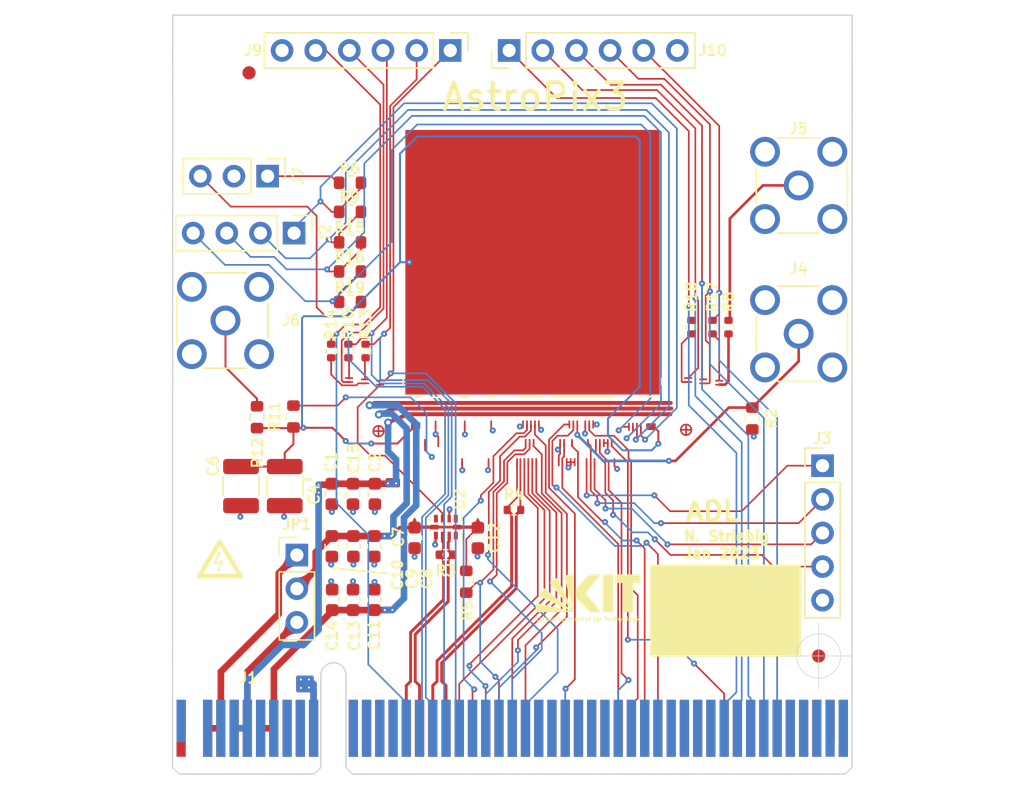
<source format=kicad_pcb>
(kicad_pcb (version 20211014) (generator pcbnew)
  (title_block (title "AstroPix3 Carrier") (date "2023-01-10") (rev "1.0") (company "Nicolas Striebig, KIT IPE"))
  (layers (0 "F.Cu" signal) (1 "In1.Cu" signal) (2 "In2.Cu" signal) (31 "B.Cu" signal) (34 "B.Paste" user) (35 "F.Paste" user) (36 "B.SilkS" user "B.Silkscreen") (37 "F.SilkS" user "F.Silkscreen") (38 "B.Mask" user) (39 "F.Mask" user) (44 "Edge.Cuts" user))
  (net 0 "")
  (net 1 "VDD")
  (net 2 "VDDA")
  (net 3 "/sample_clock_se_P")
  (net 4 "/sample_clock_se_N")
  (net 5 "suba")
  (net 6 "Net-(J3-Pad1)")
  (net 7 "/sample_clock_N")
  (net 8 "/sample_clock_P")
  (net 9 "/res_n")
  (net 10 "Net-(J4-Pad1)")
  (net 11 "Net-(J7-Pad1)")
  (net 12 "/DAC_blpix")
  (net 13 "/Inj")
  (net 14 "/DAC_VCasc2!")
  (net 15 "/DAC_vminuspix")
  (net 16 "/DAC_ThPix")
  (net 17 "/timestamp_clk")
  (net 18 "/sr_ck2")
  (net 19 "/sr_ck1")
  (net 20 "/sr_ld")
  (net 21 "/sr_sin")
  (net 22 "/hold")
  (net 23 "GND")
  (net 24 "/interrupt")
  (net 25 "/VDD18_in")
  (net 27 "/POW4_in")
  (net 28 "/spi_left_csn")
  (net 29 "/spi_left_clk")
  (net 30 "/spi_left_mosi")
  (net 31 "/spi_left_miso0")
  (net 32 "/spi_left_miso1")
  (net 33 "/spi_right_csn")
  (net 34 "/spi_right_clk")
  (net 35 "/spi_right_mosi")
  (net 36 "/spi_right_miso0")
  (net 37 "/spi_right_miso1")
  (net 38 "/sample_clock_se_in")
  (net 39 "/sc_out")
  (net 40 "/HV_in_ext")
  (net 41 "Net-(R8-Pad2)")
  (net 42 "Net-(R10-Pad1)")
  (net 43 "Net-(R13-Pad1)")
  (net 44 "Net-(R14-Pad1)")
  (net 45 "Net-(R17-Pad2)")
  (net 46 "Net-(R18-Pad2)")
  (net 47 "/sr_rb")
  (net 48 "/sr_out")
  (net 82 "/DigInj")
  (net 103 "/ring1")
  (net 104 "/ring2")
  (net 105 "/ring3")
  (net 106 "/ring4")
  (net 110 "Net-(J3-Pad2)")
  (net 111 "Net-(J3-Pad3)")
  (net 112 "Net-(J3-Pad4)")
  (net 113 "VSSA")
  (net 114 "/DAC_ThPMOS")
  (net 115 "Net-(R11-Pad2)")
  (net 116 "Net-(J7-Pad3)")
  (footprint "Capacitor_SMD:C_0603_1608Metric" (layer "F.Cu") (at 120.7516 92.0496 -90)
    (fp_text reference "C8")
    (fp_text value "1nF" hide)
  )
  (footprint "Capacitor_SMD:C_0603_1608Metric" (layer "F.Cu") (at 119.1768 92.0496 -90)
    (fp_text reference "C9")
    (fp_text value ".1uF" hide)
  )
  (footprint "Capacitor_SMD:C_0603_1608Metric" (layer "F.Cu") (at 117.5512 92.0496 -90)
    (fp_text reference "C10")
    (fp_text value "10uF" hide)
  )
  (footprint "Connector_Coaxial:SMA_Molex_73251-2200_Horizontal" (layer "F.Cu") (at 109.52 75 90)
    (fp_text reference "J6")
    (fp_text value "HV_in_external" hide)
  )
  (footprint "Connector_PinHeader_2.54mm:PinHeader_1x06_P2.54mm_Vertical" (layer "F.Cu") (at 126.492 54.61 -90)
    (fp_text reference "J9")
    (fp_text value "SPI_left" hide)
  )
  (footprint "Capacitor_SMD:C_1210_3225Metric" (layer "F.Cu") (at 110.6932 87.503 90)
    (fp_text reference "C6")
    (fp_text value ".1uF" hide)
  )
  (footprint "Capacitor_SMD:C_1210_3225Metric" (layer "F.Cu") (at 113.9952 87.503 90)
    (fp_text reference "C4")
    (fp_text value "1nF" hide)
  )
  (footprint "Fiducial:Fiducial_1mm_Mask2mm" (layer "F.Cu") (at 154.305 100.33)
    (fp_text reference "FID2" hide)
    (fp_text value "Fiducial" hide)
  )
  (footprint "Connector_PinHeader_2.54mm:PinHeader_1x06_P2.54mm_Vertical" (layer "F.Cu") (at 130.937 54.61 90)
    (fp_text reference "J10")
    (fp_text value "SPI_right" hide)
  )
  (footprint "Package_DFN_QFN:Texas_R-PUQFN-N10" (layer "F.Cu") (at 126.160001 90.600004 90)
    (fp_text reference "U2")
    (fp_text value "SN65LVDS4" hide)
  )
  (footprint "Resistor_SMD:R_0402_1005Metric" (layer "F.Cu") (at 126.160001 92.682804)
    (fp_text reference "R3")
    (fp_text value "100" hide)
  )
  (footprint "Capacitor_SMD:C_0603_1608Metric" (layer "F.Cu") (at 128.573001 91.412804 -90)
    (fp_text reference "C12")
    (fp_text value ".1uF" hide)
  )
  (footprint "astropix:pcie_astropix" (layer "F.Cu") (at 129.032 100.711)
    (fp_text reference "J1")
    (fp_text value "pcie_GECCO" hide)
    (fp_line (start -23.51 0.13) (end -23.51 8.03) (layer "Edge.Cuts") (width 0.1))
    (fp_line (start -10.41 1.08) (end -10.41 8.03) (layer "Edge.Cuts") (width 0.1))
    (fp_line (start -23.01 8.53) (end -12.81 8.53) (layer "Edge.Cuts") (width 0.1))
    (fp_line (start -9.91 8.53) (end 27.29 8.53) (layer "Edge.Cuts") (width 0.1))
    (fp_line (start 27.79 0.13) (end 27.79 8.03) (layer "Edge.Cuts") (width 0.1))
    (fp_line (start -10.41 8.03) (end -9.91 8.53) (layer "Edge.Cuts") (width 0.1))
    (fp_line (start 27.79 8.03) (end 27.29 8.53) (layer "Edge.Cuts") (width 0.1))
    (fp_line (start -12.31 1.08) (end -12.31 8.03) (layer "Edge.Cuts") (width 0.1))
    (fp_line (start -12.31 8.03) (end -12.81 8.53) (layer "Edge.Cuts") (width 0.1))
    (fp_line (start -23.51 8.03) (end -23.01 8.53) (layer "Edge.Cuts") (width 0.1))
    (fp_arc (start -12.31 1.08) (mid -11.36 0.13) (end -10.41 1.08) (layer "Edge.Cuts") (width 0.1))
  )
  (footprint "Connector_PinHeader_2.54mm:PinHeader_1x03_P2.54mm_Vertical" (layer "F.Cu") (at 114.9096 92.71)
    (fp_text reference "JP1")
    (fp_text value "VDD_JP" hide)
  )
  (footprint "Capacitor_SMD:C_0603_1608Metric" (layer "F.Cu") (at 120.7516 96.0882 90)
    (fp_text reference "C11")
    (fp_text value "1nF" hide)
  )
  (footprint "Capacitor_SMD:C_0603_1608Metric" (layer "F.Cu") (at 119.1514 96.0882 90)
    (fp_text reference "C13")
    (fp_text value ".1uF" hide)
  )
  (footprint "astropix:hv" (layer "F.Cu") (at 109.1 93)
    (fp_text reference "Logo2" hide)
    (fp_text value "HV_logo" hide)
  )
  (footprint "Capacitor_SMD:C_0603_1608Metric" (layer "F.Cu") (at 123.797801 91.412804 -90)
    (fp_text reference "C7")
    (fp_text value ".1uF" hide)
  )
  (footprint "Resistor_SMD:R_0603_1608Metric" (layer "F.Cu") (at 111.9 82.3 -90)
    (fp_text reference "R12")
    (fp_text value "1k" hide)
  )
  (footprint "Capacitor_SMD:C_0603_1608Metric" (layer "F.Cu") (at 117.5766 96.0882 90)
    (fp_text reference "C14")
    (fp_text value "10uF" hide)
  )
  (footprint "Resistor_SMD:R_0402_1005Metric" (layer "F.Cu") (at 120.1 77.3 90)
    (fp_text reference "R13")
    (fp_text value "22" hide)
  )
  (footprint "Resistor_SMD:R_0402_1005Metric" (layer "F.Cu") (at 117.5 77.3 90)
    (fp_text reference "R14")
    (fp_text value "22" hide)
  )
  (footprint "Resistor_SMD:R_0402_1005Metric" (layer "F.Cu") (at 146.3 75.5 -90)
    (fp_text reference "R17")
    (fp_text value "22" hide)
  )
  (footprint "Resistor_SMD:R_0402_1005Metric" (layer "F.Cu") (at 144.7 75.5 -90)
    (fp_text reference "R18")
    (fp_text value "22" hide)
  )
  (footprint "Resistor_SMD:R_0402_1005Metric" (layer "F.Cu") (at 118.8 77.3 90)
    (fp_text reference "R10")
    (fp_text value "22" hide)
  )
  (footprint "Resistor_SMD:R_0402_1005Metric" (layer "F.Cu") (at 147.5 75.5 -90)
    (fp_text reference "R8")
    (fp_text value "22" hide)
  )
  (footprint "MountingHole:MountingHole_3.2mm_M3" (layer "F.Cu") (at 118.85 59.95)
    (fp_text reference "H1" hide)
    (fp_text value "MountingHole" hide)
  )
  (footprint "Fiducial:Fiducial_1mm_Mask2mm" (layer "F.Cu") (at 111.3 56.3)
    (fp_text reference "FID1" hide)
    (fp_text value "Fiducial" hide)
  )
  (footprint "astropix:logo" (layer "F.Cu") (at 136.9 96)
    (fp_text reference "Logo1" hide)
    (fp_text value "KIT_logo" hide)
  )
  (footprint "Connector_Coaxial:SMA_Molex_73251-2200_Horizontal" (layer "F.Cu") (at 152.8 64.8 -90)
    (fp_text reference "J5")
    (fp_text value "sample_clock_out" hide)
  )
  (footprint "astropix:bonder" (layer "F.Cu") (at 131.5 68.8)
    (fp_text reference "H3" hide)
    (fp_text value "bonder" hide)
  )
  (footprint "Resistor_SMD:R_0603_1608Metric" (layer "F.Cu") (at 114.65 82.25 90)
    (fp_text reference "R11")
    (fp_text value "0" hide)
  )
  (footprint "MountingHole:MountingHole_3.2mm_M3" (layer "F.Cu") (at 145.4 87.1)
    (fp_text reference "H2" hide)
    (fp_text value "MountingHole" hide)
  )
  (footprint "Connector_Coaxial:SMA_Molex_73251-2200_Horizontal" (layer "F.Cu") (at 152.8 76 -90)
    (fp_text reference "J4")
    (fp_text value "SFOut" hide)
  )
  (footprint "astropix:AstroPix3_power2" (layer "F.Cu") (at 123.4 80.4)
    (fp_text reference "U5" hide)
    (fp_text value "AstroPix3_split" hide)
  )
  (footprint "Connector_PinHeader_2.54mm:PinHeader_1x04_P2.54mm_Vertical" (layer "F.Cu") (at 114.7 68.4 -90)
    (fp_text reference "J2")
    (fp_text value "ChipRings" hide)
  )
  (footprint "Resistor_SMD:R_0603_1608Metric" (layer "F.Cu") (at 118.925 66.8)
    (fp_text reference "R9")
    (fp_text value "220k" hide)
  )
  (footprint "Capacitor_SMD:C_0603_1608Metric" (layer "F.Cu") (at 120.8 88.1 -90)
    (fp_text reference "C2")
    (fp_text value ".1uF" hide)
  )
  (footprint "Resistor_SMD:R_0603_1608Metric" (layer "F.Cu") (at 118.925 71.3)
    (fp_text reference "R16")
    (fp_text value "220k" hide)
  )
  (footprint "Capacitor_SMD:C_0603_1608Metric" (layer "F.Cu") (at 119.15 88.1 -90)
    (fp_text reference "C15")
    (fp_text value "10uF" hide)
  )
  (footprint "Resistor_SMD:R_0402_1005Metric" (layer "F.Cu") (at 131.3 89.3)
    (fp_text reference "R4")
    (fp_text value "100" hide)
  )
  (footprint "Resistor_SMD:R_0603_1608Metric" (layer "F.Cu") (at 118.925 73.6)
    (fp_text reference "R19")
    (fp_text value "220k" hide)
  )
  (footprint "Resistor_SMD:R_0603_1608Metric" (layer "F.Cu") (at 127.7 94.725 -90)
    (fp_text reference "R5")
    (fp_text value "10k" hide)
  )
  (footprint "Resistor_SMD:R_0603_1608Metric" (layer "F.Cu") (at 118.925 64.6)
    (fp_text reference "R6")
    (fp_text value "220k" hide)
  )
  (footprint "Connector_PinHeader_2.54mm:PinHeader_1x03_P2.54mm_Vertical" (layer "F.Cu") (at 112.7 64.1 -90)
    (fp_text reference "J7")
    (fp_text value "Conn_01x03" hide)
  )
  (footprint "Connector_PinHeader_2.54mm:PinHeader_1x05_P2.54mm_Vertical" (layer "F.Cu") (at 154.6 85.96)
    (fp_text reference "J3")
    (fp_text value "TempSens" hide)
  )
  (footprint "Capacitor_SMD:C_0603_1608Metric" (layer "F.Cu") (at 117.55 88.1 -90)
    (fp_text reference "C1")
    (fp_text value "1nF" hide)
  )
  (footprint "Resistor_SMD:R_0603_1608Metric" (layer "F.Cu") (at 118.925 69.1)
    (fp_text reference "R15")
    (fp_text value "220k" hide)
  )
  (footprint "Resistor_SMD:R_0603_1608Metric" (layer "F.Cu") (at 149.3 82.4 -90)
    (fp_text reference "R2")
    (fp_text value "2.2k" hide)
  )
  (gr_poly (pts (xy 152.908 100.33) (xy 141.6304 100.33) (xy 141.6304 93.472) (xy 152.908 93.472)) (layer "F.SilkS") (width 0.1) (fill solid))
  (gr_line (start 115.57 86.995) (end 115.951 86.995) (layer "F.SilkS") (width 0.2))
  (gr_line (start 121.8 94.1) (end 117.7 93.7) (layer "F.SilkS") (width 0.12))
  (gr_line (start 105.522 100.841) (end 105.537 51.943) (layer "Edge.Cuts") (width 0.1))
  (gr_line (start 105.537 51.943) (end 156.845 51.943) (layer "Edge.Cuts") (width 0.1))
  (gr_line (start 156.845 51.943) (end 156.822 100.841) (layer "Edge.Cuts") (width 0.1))
  (gr_text "AstroPix3\n" (at 125.7 58.1) (layer "F.SilkS") (effects (font (size 2 2) (thickness 0.3)) (justify left)))
  (gr_text "N. Striebig\nJan 2023" (at 144.014 91.94) (layer "F.SilkS") (effects (font (size 0.8 0.8) (thickness 0.2)) (justify left)))
  (gr_text "ADL" (at 146.3 89.4) (layer "F.SilkS") (effects (font (size 1.5 1.5) (thickness 0.3))))
  (target plus (at 154.305 100.33) (size 5) (width 0.05) (layer "Edge.Cuts"))
  (segment (start 127.020002 90.6) (end 128.306005 90.6) (width 0.125) (layer "F.Cu") (net 1))
  (segment (start 121.5237 91.2746) (end 122.0254 91.2746) (width 0.25) (layer "F.Cu") (net 1))
  (segment (start 123.835605 90.6) (end 123.797801 90.637804) (width 0.25) (layer "F.Cu") (net 1))
  (segment (start 128.573001 90.637804) (end 127.7 91.510805) (width 0.125) (layer "F.Cu") (net 1))
  (segment (start 117.5512 91.2746) (end 122.0254 91.2746) (width 0.5) (layer "F.Cu") (net 1))
  (segment (start 116.332 92.4938) (end 117.5512 91.2746) (width 0.5) (layer "F.Cu") (net 1))
  (segment (start 128.535197 90.6) (end 128.573001 90.637804) (width 0.25) (layer "F.Cu") (net 1))
  (segment (start 122.0254 91.2746) (end 122.662196 90.637804) (width 0.25) (layer "F.Cu") (net 1))
  (segment (start 125.300001 90.600004) (end 127.020001 90.600004) (width 0.2) (layer "F.Cu") (net 1))
  (segment (start 127.020002 90.6) (end 128.535197 90.6) (width 0.25) (layer "F.Cu") (net 1))
  (segment (start 114.9096 95.25) (end 116.332 93.8276) (width 0.5) (layer "F.Cu") (net 1))
  (segment (start 116.332 93.8276) (end 116.332 92.4938) (width 0.5) (layer "F.Cu") (net 1))
  (segment (start 127.7 91.510805) (end 127.7 93.9) (width 0.125) (layer "F.Cu") (net 1))
  (segment (start 122.662196 90.637804) (end 123.797801 90.637804) (width 0.25) (layer "F.Cu") (net 1))
  (segment (start 125.3 90.6) (end 123.835605 90.6) (width 0.25) (layer "F.Cu") (net 1))
  (via (at 122.0254 91.2746) (size 0.45) (drill 0.15) (layers "F.Cu" "B.Cu") (net 1))
  (via (at 121.5237 91.2746) (size 0.45) (drill 0.15) (layers "F.Cu" "B.Cu") (net 1))
  (segment (start 122.0254 91.2746) (end 121.5237 91.2746) (width 0.5) (layer "B.Cu") (net 1))
  (segment (start 121.1 82.1) (end 121.174511 82.025489) (width 0.5) (layer "B.Cu") (net 1))
  (segment (start 121.174511 82.025489) (end 122.079393 82.025489) (width 0.5) (layer "B.Cu") (net 1))
  (segment (start 122.2 91.1) (end 122.0254 91.2746) (width 0.5) (layer "B.Cu") (net 1))
  (segment (start 123.2 83.146096) (end 123.2 88.8) (width 0.5) (layer "B.Cu") (net 1))
  (segment (start 123.2 88.8) (end 122.2 89.8) (width 0.5) (layer "B.Cu") (net 1))
  (segment (start 122.2 89.8) (end 122.2 91.1) (width 0.5) (layer "B.Cu") (net 1))
  (segment (start 122.079393 82.025489) (end 123.2 83.146096) (width 0.5) (layer "B.Cu") (net 1))
  (segment (start 113.172 101.340602) (end 117.5512 96.961402) (width 0.5) (layer "F.Cu") (net 2))
  (segment (start 112.172 105.791) (end 113.172 105.791) (width 0.5) (layer "F.Cu") (net 2))
  (segment (start 120.7516 96.8632) (end 121.551404 96.8632) (width 0.25) (layer "F.Cu") (net 2))
  (segment (start 122.1102 96.8632) (end 122.1232 96.8502) (width 0.5) (layer "F.Cu") (net 2))
  (segment (start 117.5512 96.961402) (end 117.5512 96.8632) (width 0.5) (layer "F.Cu") (net 2))
  (segment (start 117.5512 96.8632) (end 120.7516 96.8632) (width 0.5) (layer "F.Cu") (net 2))
  (segment (start 113.172 105.791) (end 113.172 101.340602) (width 0.5) (layer "F.Cu") (net 2))
  (segment (start 120.7516 96.8632) (end 122.1102 96.8632) (width 0.5) (layer "F.Cu") (net 2))
  (via (at 121.551404 96.8632) (size 0.45) (drill 0.15) (layers "F.Cu" "B.Cu") (net 2))
  (via (at 122.1232 96.8502) (size 0.45) (drill 0.15) (layers "F.Cu" "B.Cu") (net 2))
  (segment (start 123 89.883192) (end 123 95.9734) (width 0.5) (layer "B.Cu") (net 2))
  (segment (start 123.924999 82.824999) (end 123.924999 88.958193) (width 0.5) (layer "B.Cu") (net 2))
  (segment (start 122.5 81.4) (end 123.924999 82.824999) (width 0.5) (layer "B.Cu") (net 2))
  (segment (start 120.4 81.4) (end 122.5 81.4) (width 0.5) (layer "B.Cu") (net 2))
  (segment (start 122.1232 96.8502) (end 121.564404 96.8502) (width 0.5) (layer "B.Cu") (net 2))
  (segment (start 123 95.9734) (end 122.1232 96.8502) (width 0.5) (layer "B.Cu") (net 2))
  (segment (start 123.924999 88.958193) (end 123 89.883192) (width 0.5) (layer "B.Cu") (net 2))
  (segment (start 121.564404 96.8502) (end 121.551404 96.8632) (width 0.25) (layer "B.Cu") (net 2))
  (segment (start 125.985001 91.750002) (end 125.910002 91.675003) (width 0.22) (layer "F.Cu") (net 3))
  (segment (start 125.985001 96.067511) (end 125.985001 93.017804) (width 0.22) (layer "F.Cu") (net 3))
  (segment (start 123.172 105.791) (end 123.172 102.565999) (width 0.22) (layer "F.Cu") (net 3))
  (segment (start 123.497 98.555512) (end 125.985001 96.067511) (width 0.22) (layer "F.Cu") (net 3))
  (segment (start 125.985001 93.017804) (end 125.650001 92.682804) (width 0.22) (layer "F.Cu") (net 3))
  (segment (start 125.985001 92.347804) (end 125.985001 91.750002) (width 0.22) (layer "F.Cu") (net 3))
  (segment (start 125.650001 92.682804) (end 125.985001 92.347804) (width 0.22) (layer "F.Cu") (net 3))
  (segment (start 123.172 102.565999) (end 123.497 102.240999) (width 0.22) (layer "F.Cu") (net 3))
  (segment (start 123.497 102.240999) (end 123.497 98.555512) (width 0.22) (layer "F.Cu") (net 3))
  (segment (start 125.910002 91.675003) (end 125.910002 91.240003) (width 0.22) (layer "F.Cu") (net 3))
  (segment (start 124.172 102.565999) (end 123.847 102.240999) (width 0.22) (layer "F.Cu") (net 4))
  (segment (start 126.335001 93.017804) (end 126.670001 92.682804) (width 0.22) (layer "F.Cu") (net 4))
  (segment (start 126.670001 92.682804) (end 126.335001 92.347804) (width 0.22) (layer "F.Cu") (net 4))
  (segment (start 126.41 91.675003) (end 126.41 91.240003) (width 0.22) (layer "F.Cu") (net 4))
  (segment (start 123.847 98.700488) (end 126.335001 96.212487) (width 0.22) (layer "F.Cu") (net 4))
  (segment (start 126.335001 92.347804) (end 126.335001 91.750002) (width 0.22) (layer "F.Cu") (net 4))
  (segment (start 123.847 102.240999) (end 123.847 98.700488) (width 0.22) (layer "F.Cu") (net 4))
  (segment (start 124.172 105.791) (end 124.172 102.565999) (width 0.22) (layer "F.Cu") (net 4))
  (segment (start 126.335001 91.750002) (end 126.41 91.675003) (width 0.22) (layer "F.Cu") (net 4))
  (segment (start 126.335001 96.212487) (end 126.335001 93.017804) (width 0.22) (layer "F.Cu") (net 4))
  (segment (start 142.2 83.363) (end 142.2 84.3) (width 0.15) (layer "F.Cu") (net 5))
  (segment (start 141.85 83.013) (end 142.2 83.363) (width 0.15) (layer "F.Cu") (net 5))
  (segment (start 117.6 83.1) (end 118.6 84.1) (width 0.15) (layer "F.Cu") (net 5))
  (segment (start 115.4 83.1) (end 117.6 83.1) (width 0.15) (layer "F.Cu") (net 5))
  (segment (start 114.2746 84.709) (end 114.65 84.3336) (width 0.15) (layer "F.Cu") (net 5))
  (segment (start 123.85 82.94) (end 122.500612 84.289388) (width 0.15) (layer "F.Cu") (net 5))
  (segment (start 113.9952 84.9884) (end 114.2746 84.709) (width 0.15) (layer "F.Cu") (net 5))
  (segment (start 113.9952 86.028) (end 113.9952 84.9884) (width 0.15) (layer "F.Cu") (net 5))
  (segment (start 110.6932 86.028) (end 113.9952 86.028) (width 0.15) (layer "F.Cu") (net 5))
  (segment (start 114.675 83.1) (end 114.65 83.075) (width 0.15) (layer "F.Cu") (net 5))
  (segment (start 122.500612 84.289388) (end 120.525279 84.289388) (width 0.15) (layer "F.Cu") (net 5))
  (segment (start 114.65 84.3336) (end 114.65 83.075) (width 0.15) (layer "F.Cu") (net 5))
  (segment (start 111.9 83.125) (end 114.6 83.125) (width 0.15) (layer "F.Cu") (net 5))
  (segment (start 115.4 83.1) (end 114.675 83.1) (width 0.15) (layer "F.Cu") (net 5))
  (segment (start 114.6 83.125) (end 114.65 83.075) (width 0.15) (layer "F.Cu") (net 5))
  (via (at 118.6 84.1) (size 0.45) (drill 0.15) (layers "F.Cu" "B.Cu") (net 5))
  (via (at 123.4 70.6) (size 0.45) (drill 0.15) (layers "F.Cu" "B.Cu") (net 5))
  (via (at 142.2 84.3) (size 0.45) (drill 0.15) (layers "F.Cu" "B.Cu") (net 5))
  (via (at 120.525279 84.289388) (size 0.45) (drill 0.15) (layers "F.Cu" "B.Cu") (net 5))
  (via (at 115.4 83.1) (size 0.45) (drill 0.15) (layers "F.Cu" "B.Cu") (net 5))
  (segment (start 140.8 80) (end 140.15 80.65) (width 0.15) (layer "B.Cu") (net 5))
  (segment (start 122.7 70.6) (end 123.4 70.6) (width 0.15) (layer "B.Cu") (net 5))
  (segment (start 139.5 84.8) (end 138.4 83.7) (width 0.15) (layer "B.Cu") (net 5))
  (segment (start 118.625 74.675) (end 122.7 70.6) (width 0.15) (layer "B.Cu") (net 5))
  (segment (start 118.789388 84.289388) (end 118.6 84.1) (width 0.15) (layer "B.Cu") (net 5))
  (segment (start 141.6 84.8) (end 140.2 84.8) (width 0.15) (layer "B.Cu") (net 5))
  (segment (start 140.2 84.8) (end 139.5 84.8) (width 0.15) (layer "B.Cu") (net 5))
  (segment (start 115.3 74.823223) (end 115.448223 74.675) (width 0.15) (layer "B.Cu") (net 5))
  (segment (start 140.8 61.4) (end 140.8 80) (width 0.15) (layer "B.Cu") (net 5))
  (segment (start 115.4 83.1) (end 115.3 83) (width 0.15) (layer "B.Cu") (net 5))
  (segment (start 140.5 61.1) (end 140.8 61.4) (width 0.15) (layer "B.Cu") (net 5))
  (segment (start 120.525279 84.289388) (end 118.789388 84.289388) (width 0.15) (layer "B.Cu") (net 5))
  (segment (start 142.2 84.3) (end 141.7 84.8) (width 0.15) (layer "B.Cu") (net 5))
  (segment (start 138.4 82.4) (end 140.15 80.65) (width 0.15) (layer "B.Cu") (net 5))
  (segment (start 124 61.1) (end 140.5 61.1) (width 0.15) (layer "B.Cu") (net 5))
  (segment (start 141.7 84.8) (end 141.6 84.8) (width 0.15) (layer "B.Cu") (net 5))
  (segment (start 115.448223 74.675) (end 118.625 74.675) (width 0.15) (layer "B.Cu") (net 5))
  (segment (start 138.4 83.7) (end 138.4 82.4) (width 0.15) (layer "B.Cu") (net 5))
  (segment (start 122.7 70.6) (end 122.7 62.4) (width 0.15) (layer "B.Cu") (net 5))
  (segment (start 115.3 83) (end 115.3 74.823223) (width 0.15) (layer "B.Cu") (net 5))
  (segment (start 122.7 62.4) (end 124 61.1) (width 0.15) (layer "B.Cu") (net 5))
  (segment (start 154.6 85.96) (end 151.94 85.96) (width 0.125) (layer "F.Cu") (net 6))
  (segment (start 148.5 89.4) (end 143.1 89.4) (width 0.125) (layer "F.Cu") (net 6))
  (segment (start 151.94 85.96) (end 148.5 89.4) (width 0.125) (layer "F.Cu") (net 6))
  (segment (start 136.785 88.185) (end 136.8 88.2) (width 0.125) (layer "F.Cu") (net 6))
  (segment (start 136.785 85.7) (end 136.785 88.185) (width 0.125) (layer "F.Cu") (net 6))
  (segment (start 143.1 89.4) (end 141.9 88.2) (width 0.125) (layer "F.Cu") (net 6))
  (via (at 136.8 88.2) (size 0.45) (drill 0.15) (layers "F.Cu" "B.Cu") (net 6))
  (via (at 141.9 88.2) (size 0.45) (drill 0.15) (layers "F.Cu" "B.Cu") (net 6))
  (segment (start 136.8 88.2) (end 141.9 88.2) (width 0.125) (layer "B.Cu") (net 6))
  (segment (start 126.172 105.791) (end 126.172 102.565999) (width 0.22) (layer "F.Cu") (net 7))
  (segment (start 131.78452 89.27452) (end 131.81 89.3) (width 0.125) (layer "F.Cu") (net 7))
  (segment (start 125.847 102.240999) (end 125.847 100.853) (width 0.22) (layer "F.Cu") (net 7))
  (segment (start 125.847 100.853) (end 131.475 95.225) (width 0.22) (layer "F.Cu") (net 7))
  (segment (start 131.785 85.7) (end 131.78452 85.70048) (width 0.125) (layer "F.Cu") (net 7))
  (segment (start 131.475 95.225) (end 131.475 89.635) (width 0.22) (layer "F.Cu") (net 7))
  (segment (start 131.78452 85.70048) (end 131.78452 89.27452) (width 0.125) (layer "F.Cu") (net 7))
  (segment (start 131.475 89.635) (end 131.81 89.3) (width 0.22) (layer "F.Cu") (net 7))
  (segment (start 126.172 102.565999) (end 125.847 102.240999) (width 0.22) (layer "F.Cu") (net 7))
  (segment (start 125.172 105.791) (end 125.172 102.565999) (width 0.22) (layer "F.Cu") (net 8))
  (segment (start 131.125 89.635) (end 130.79 89.3) (width 0.22) (layer "F.Cu") (net 8))
  (segment (start 125.497 102.240999) (end 125.497 100.703) (width 0.22) (layer "F.Cu") (net 8))
  (segment (start 131.125 95.075) (end 131.125 89.635) (width 0.22) (layer "F.Cu") (net 8))
  (segment (start 130.79 89.3) (end 130.79 89.11) (width 0.125) (layer "F.Cu") (net 8))
  (segment (start 130.79 89.11) (end 131.535 88.365) (width 0.125) (layer "F.Cu") (net 8))
  (segment (start 125.497 100.703) (end 131.125 95.075) (width 0.22) (layer "F.Cu") (net 8))
  (segment (start 131.535 88.365) (end 131.535 85.7) (width 0.125) (layer "F.Cu") (net 8))
  (segment (start 125.172 102.565999) (end 125.497 102.240999) (width 0.22) (layer "F.Cu") (net 8))
  (segment (start 132.185 84.615) (end 132 84.8) (width 0.125) (layer "F.Cu") (net 9))
  (segment (start 132 84.8) (end 131.344652 84.8) (width 0.125) (layer "F.Cu") (net 9))
  (segment (start 130.172 102.172) (end 129.901386 101.901386) (width 0.125) (layer "F.Cu") (net 9))
  (segment (start 128.45 94.8) (end 127.7 95.55) (width 0.125) (layer "F.Cu") (net 9))
  (segment (start 132.185 84.25) (end 132.185 84.615) (width 0.125) (layer "F.Cu") (net 9))
  (segment (start 128.75 94.8) (end 129.750489 93.799511) (width 0.125) (layer "F.Cu") (net 9))
  (segment (start 130.550498 87.149502) (end 130.550499 85.6) (width 0.125) (layer "F.Cu") (net 9))
  (segment (start 129.750489 93.799511) (end 129.75049 87.94951) (width 0.125) (layer "F.Cu") (net 9))
  (segment (start 128.75 94.8) (end 128.45 94.8) (width 0.125) (layer "F.Cu") (net 9))
  (segment (start 131.344652 84.8) (end 130.550499 85.594153) (width 0.125) (layer "F.Cu") (net 9))
  (segment (start 129.75049 87.94951) (end 130.550498 87.149502) (width 0.125) (layer "F.Cu") (net 9))
  (segment (start 130.172 105.791) (end 130.172 102.172) (width 0.125) (layer "F.Cu") (net 9))
  (via (at 129.901386 101.901386) (size 0.45) (drill 0.15) (layers "F.Cu" "B.Cu") (net 9))
  (via (at 128.75 94.8) (size 0.45) (drill 0.15) (layers "F.Cu" "B.Cu") (net 9))
  (segment (start 128.75 94.8) (end 128.75 100.75) (width 0.125) (layer "B.Cu") (net 9))
  (segment (start 128.75 100.75) (end 129.901386 101.901386) (width 0.125) (layer "B.Cu") (net 9))
  (segment (start 149.3 81.575) (end 152.8 78.075) (width 0.2) (layer "F.Cu") (net 10))
  (segment (start 136.085 82.85) (end 136.085 83.635) (width 0.125) (layer "F.Cu") (net 10))
  (segment (start 143.5 85.6) (end 143 85.6) (width 0.2) (layer "F.Cu") (net 10))
  (segment (start 152.8 78.075) (end 152.8 76) (width 0.2) (layer "F.Cu") (net 10))
  (segment (start 147.525 81.575) (end 143.5 85.6) (width 0.2) (layer "F.Cu") (net 10))
  (segment (start 149.3 81.575) (end 147.525 81.575) (width 0.2) (layer "F.Cu") (net 10))
  (via (at 143 85.6) (size 0.45) (drill 0.15) (layers "F.Cu" "B.Cu") (net 10))
  (via (at 136.085 83.635) (size 0.45) (drill 0.15) (layers "F.Cu" "B.Cu") (net 10))
  (segment (start 136.085 83.635) (end 138.05 85.6) (width 0.2) (layer "B.Cu") (net 10))
  (segment (start 138.05 85.6) (end 143 85.6) (width 0.2) (layer "B.Cu") (net 10))
  (segment (start 117.5 64.1) (end 118.1 64.7) (width 0.125) (layer "F.Cu") (net 11))
  (segment (start 112.7 64.1) (end 117.5 64.1) (width 0.125) (layer "F.Cu") (net 11))
  (segment (start 135.085 84.25) (end 135.085 85.265) (width 0.125) (layer "F.Cu") (net 12))
  (segment (start 134.95 87.65) (end 139.172 91.872) (width 0.125) (layer "F.Cu") (net 12))
  (segment (start 139.172 91.872) (end 139.172 105.791) (width 0.125) (layer "F.Cu") (net 12))
  (segment (start 135.085 85.265) (end 134.95 85.4) (width 0.125) (layer "F.Cu") (net 12))
  (segment (start 134.95 85.4) (end 134.95 87.65) (width 0.125) (layer "F.Cu") (net 12))
  (segment (start 135.485 82.85) (end 135.094652 82.85) (width 0.125) (layer "F.Cu") (net 13))
  (segment (start 135.9 102.1) (end 135.2 102.8) (width 0.125) (layer "F.Cu") (net 13))
  (segment (start 133.95 83.994652) (end 133.95 87.632827) (width 0.125) (layer "F.Cu") (net 13))
  (segment (start 133.95 87.632827) (end 135.9 89.582827) (width 0.125) (layer "F.Cu") (net 13))
  (segment (start 135.9 89.582827) (end 135.9 102.1) (width 0.125) (layer "F.Cu") (net 13))
  (segment (start 135.094652 82.85) (end 133.95 83.994652) (width 0.125) (layer "F.Cu") (net 13))
  (via (at 135.2 102.8) (size 0.45) (drill 0.15) (layers "F.Cu" "B.Cu") (net 13))
  (segment (start 135.2 102.8) (end 135.172 102.828) (width 0.125) (layer "B.Cu") (net 13))
  (segment (start 135.172 102.828) (end 135.172 105.791) (width 0.125) (layer "B.Cu") (net 13))
  (segment (start 137.3975 83.7) (end 138.85 83.7) (width 0.125) (layer "F.Cu") (net 14))
  (segment (start 138.85 83.7) (end 139.949501 84.799501) (width 0.125) (layer "F.Cu") (net 14))
  (segment (start 140.172 103.991) (end 140.172 105.791) (width 0.125) (layer "F.Cu") (net 14))
  (segment (start 139.949501 84.799501) (end 139.949501 85.396653) (width 0.125) (layer "F.Cu") (net 14))
  (segment (start 140.647 95.744138) (end 140.647 103.516) (width 0.125) (layer "F.Cu") (net 14))
  (segment (start 140.149501 85.596653) (end 140.149501 95.246639) (width 0.125) (layer "F.Cu") (net 14))
  (segment (start 140.149501 95.246639) (end 140.647 95.744138) (width 0.125) (layer "F.Cu") (net 14))
  (segment (start 140.647 103.516) (end 140.172 103.991) (width 0.125) (layer "F.Cu") (net 14))
  (segment (start 136.985 83.2875) (end 137.3975 83.7) (width 0.125) (layer "F.Cu") (net 14))
  (segment (start 136.985 82.85) (end 136.985 83.2875) (width 0.125) (layer "F.Cu") (net 14))
  (segment (start 139.949501 85.396653) (end 140.149501 85.596653) (width 0.125) (layer "F.Cu") (net 14))
  (segment (start 135.785 82.85) (end 135.785 83.275) (width 0.125) (layer "F.Cu") (net 15))
  (segment (start 135.36 83.7) (end 134.597514 83.7) (width 0.125) (layer "F.Cu") (net 15))
  (segment (start 134.19952 84.097994) (end 134.19952 87.39952) (width 0.125) (layer "F.Cu") (net 15))
  (segment (start 134.597514 83.7) (end 134.19952 84.097994) (width 0.125) (layer "F.Cu") (net 15))
  (segment (start 134.19952 87.39952) (end 134.5 87.7) (width 0.125) (layer "F.Cu") (net 15))
  (segment (start 142.172 105.791) (end 142.172 92.637474) (width 0.125) (layer "F.Cu") (net 15))
  (segment (start 135.785 83.275) (end 135.36 83.7) (width 0.125) (layer "F.Cu") (net 15))
  (segment (start 142.172 92.637474) (end 141.312479 91.777953) (width 0.125) (layer "F.Cu") (net 15))
  (via (at 134.508715 87.608886) (size 0.45) (drill 0.15) (layers "F.Cu" "B.Cu") (net 15))
  (via (at 141.312479 91.777953) (size 0.45) (drill 0.15) (layers "F.Cu" "B.Cu") (net 15))
  (segment (start 141.312479 91.777953) (end 141.068801 92.021631) (width 0.125) (layer "B.Cu") (net 15))
  (segment (start 141.068801 92.021631) (end 138.921459 92.021631) (width 0.125) (layer "B.Cu") (net 15))
  (segment (start 138.921459 92.021631) (end 134.508715 87.608886) (width 0.125) (layer "B.Cu") (net 15))
  (segment (start 136.134511 84.937011) (end 136.134511 88.334511) (width 0.125) (layer "F.Cu") (net 16))
  (segment (start 135.685 84.25) (end 135.685 84.4875) (width 0.125) (layer "F.Cu") (net 16))
  (segment (start 138.016461 90.216461) (end 138.175249 90.216461) (width 0.125) (layer "F.Cu") (net 16))
  (segment (start 135.685 84.4875) (end 136.134511 84.937011) (width 0.125) (layer "F.Cu") (net 16))
  (segment (start 141.172 105.791) (end 141.172 92.22013) (width 0.125) (layer "F.Cu") (net 16))
  (segment (start 141.172 92.22013) (end 140.561501 91.609631) (width 0.125) (layer "F.Cu") (net 16))
  (segment (start 136.134511 88.334511) (end 138.016461 90.216461) (width 0.125) (layer "F.Cu") (net 16))
  (via (at 140.561501 91.609631) (size 0.45) (drill 0.15) (layers "F.Cu" "B.Cu") (net 16))
  (via (at 138.175249 90.216461) (size 0.45) (drill 0.15) (layers "F.Cu" "B.Cu") (net 16))
  (segment (start 138.175249 90.275249) (end 139.509631 91.609631) (width 0.125) (layer "B.Cu") (net 16))
  (segment (start 138.175249 90.216461) (end 138.175249 90.275249) (width 0.125) (layer "B.Cu") (net 16))
  (segment (start 139.509631 91.609631) (end 140.561501 91.609631) (width 0.125) (layer "B.Cu") (net 16))
  (segment (start 129.75 87.244277) (end 128.8 88.194277) (width 0.125) (layer "F.Cu") (net 17))
  (segment (start 128.8 88.194277) (end 128.8 88.6) (width 0.125) (layer "F.Cu") (net 17))
  (segment (start 131.487011 83.512989) (end 129.75 85.25) (width 0.125) (layer "F.Cu") (net 17))
  (segment (start 132.285 82.85) (end 132.285 83.262138) (width 0.125) (layer "F.Cu") (net 17))
  (segment (start 128.172 102.978) (end 128.172 105.791) (width 0.125) (layer "F.Cu") (net 17))
  (segment (start 132.034149 83.512989) (end 131.487011 83.512989) (width 0.125) (layer "F.Cu") (net 17))
  (segment (start 132.285 83.262138) (end 132.034149 83.512989) (width 0.125) (layer "F.Cu") (net 17))
  (segment (start 129.75 85.25) (end 129.75 87.244277) (width 0.125) (layer "F.Cu") (net 17))
  (segment (start 128.3 102.85) (end 128.172 102.978) (width 0.125) (layer "F.Cu") (net 17))
  (via (at 128.8 88.6) (size 0.45) (drill 0.15) (layers "F.Cu" "B.Cu") (net 17))
  (via (at 128.3 102.85) (size 0.45) (drill 0.15) (layers "F.Cu" "B.Cu") (net 17))
  (segment (start 127.5 89.9) (end 128.8 88.6) (width 0.125) (layer "B.Cu") (net 17))
  (segment (start 128.3 102.85) (end 127.5 102.05) (width 0.125) (layer "B.Cu") (net 17))
  (segment (start 127.5 102.05) (end 127.5 89.9) (width 0.125) (layer "B.Cu") (net 17))
  (segment (start 129.4 87.947138) (end 129.4 92.638489) (width 0.125) (layer "F.Cu") (net 18))
  (segment (start 130.250489 85.249511) (end 130.250489 87.096649) (width 0.125) (layer "F.Cu") (net 18))
  (segment (start 132.585 82.85) (end 132.585 83.315) (width 0.125) (layer "F.Cu") (net 18))
  (segment (start 130.250489 87.096649) (end 129.4 87.947138) (width 0.125) (layer "F.Cu") (net 18))
  (segment (start 129.4 92.638489) (end 129.338489 92.7) (width 0.125) (layer "F.Cu") (net 18))
  (segment (start 132.137499 83.7625) (end 131.7375 83.7625) (width 0.125) (layer "F.Cu") (net 18))
  (segment (start 131.7375 83.7625) (end 130.250489 85.249511) (width 0.125) (layer "F.Cu") (net 18))
  (segment (start 132.585 83.315) (end 132.137499 83.7625) (width 0.125) (layer "F.Cu") (net 18))
  (via (at 129.338489 92.7) (size 0.45) (drill 0.15) (layers "F.Cu" "B.Cu") (net 18))
  (segment (start 132.172 103.991) (end 134.6 101.563) (width 0.125) (layer "B.Cu") (net 18))
  (segment (start 129.338489 93.038489) (end 129.338489 92.7) (width 0.125) (layer "B.Cu") (net 18))
  (segment (start 134.6 101.563) (end 134.6 98.3) (width 0.125) (layer "B.Cu") (net 18))
  (segment (start 132.172 105.791) (end 132.172 103.991) (width 0.125) (layer "B.Cu") (net 18))
  (segment (start 134.6 98.3) (end 129.338489 93.038489) (width 0.125) (layer "B.Cu") (net 18))
  (segment (start 130 94.2) (end 129.5 94.7) (width 0.125) (layer "F.Cu") (net 19))
  (segment (start 130.80001 85.69749) (end 130.800009 87.252853) (width 0.125) (layer "F.Cu") (net 19))
  (segment (start 132.0725 85.1) (end 131.3975 85.1) (width 0.125) (layer "F.Cu") (net 19))
  (segment (start 132.485 84.25) (end 132.485 84.6875) (width 0.125) (layer "F.Cu") (net 19))
  (segment (start 132.485 84.6875) (end 132.0725 85.1) (width 0.125) (layer "F.Cu") (net 19))
  (segment (start 130.800009 87.252853) (end 130 88.052862) (width 0.125) (layer "F.Cu") (net 19))
  (segment (start 131.3975 85.1) (end 130.80001 85.69749) (width 0.125) (layer "F.Cu") (net 19))
  (segment (start 130 88.052862) (end 130 94.2) (width 0.125) (layer "F.Cu") (net 19))
  (via (at 129.5 94.7) (size 0.45) (drill 0.15) (layers "F.Cu" "B.Cu") (net 19))
  (segment (start 131.172 102.078006) (end 133.393511 99.856495) (width 0.125) (layer "B.Cu") (net 19))
  (segment (start 133.393511 98.593511) (end 129.5 94.7) (width 0.125) (layer "B.Cu") (net 19))
  (segment (start 133.393511 99.856495) (end 133.393511 98.593511) (width 0.125) (layer "B.Cu") (net 19))
  (segment (start 131.172 104.25) (end 131.172 102.078006) (width 0.125) (layer "B.Cu") (net 19))
  (segment (start 132.685 88.043544) (end 134 89.358544) (width 0.125) (layer "F.Cu") (net 20))
  (segment (start 131.172 99.014533) (end 131.172 105.791) (width 0.125) (layer "F.Cu") (net 20))
  (segment (start 134 89.358544) (end 134 96.186533) (width 0.125) (layer "F.Cu") (net 20))
  (segment (start 134 96.186533) (end 131.172 99.014533) (width 0.125) (layer "F.Cu") (net 20))
  (segment (start 132.685 85.7) (end 132.685 88.043544) (width 0.125) (layer "F.Cu") (net 20))
  (segment (start 132.785 84.4875) (end 132.785 84.25) (width 0.125) (layer "F.Cu") (net 21))
  (segment (start 134.9 89.552848) (end 133.4 88.052848) (width 0.125) (layer "F.Cu") (net 21))
  (segment (start 132.172 99.528) (end 134.9 96.8) (width 0.125) (layer "F.Cu") (net 21))
  (segment (start 134.9 96.8) (end 134.9 89.552848) (width 0.125) (layer "F.Cu") (net 21))
  (segment (start 133.4 88.052848) (end 133.4 85.1025) (width 0.125) (layer "F.Cu") (net 21))
  (segment (start 133.4 85.1025) (end 132.785 84.4875) (width 0.125) (layer "F.Cu") (net 21))
  (segment (start 132.172 105.791) (end 132.172 99.528) (width 0.125) (layer "F.Cu") (net 21))
  (segment (start 127.172 102.428) (end 133.6 96) (width 0.125) (layer "F.Cu") (net 22))
  (segment (start 133.6 89.311392) (end 132.385 88.096392) (width 0.125) (layer "F.Cu") (net 22))
  (segment (start 132.385 88.096392) (end 132.385 85.7) (width 0.125) (layer "F.Cu") (net 22))
  (segment (start 127.172 105.791) (end 127.172 102.428) (width 0.125) (layer "F.Cu") (net 22))
  (segment (start 133.6 96) (end 133.6 89.311392) (width 0.125) (layer "F.Cu") (net 22))
  (segment (start 125.41 91.240003) (end 125.41 91.858001) (width 0.125) (layer "F.Cu") (net 23))
  (segment (start 138.885 85.997) (end 139.088 86.2) (width 0.125) (layer "F.Cu") (net 23))
  (segment (start 117.5512 95.3132) (end 117.5512 94.742012) (width 0.125) (layer "F.Cu") (net 23))
  (segment (start 117.5004 92.8754) (end 117.5512 92.8246) (width 0.125) (layer "F.Cu") (net 23))
  (segment (start 136.685 82.85) (end 136.685 83.510557) (width 0.125) (layer "F.Cu") (net 23))
  (segment (start 125.585 84.25) (end 125.585 83.785) (width 0.125) (layer "F.Cu") (net 23))
  (segment (start 129.385 85.7) (end 129.385 86.253) (width 0.125) (layer "F.Cu") (net 23))
  (segment (start 136.685 83.510557) (end 136.657557 83.538) (width 0.125) (layer "F.Cu") (net 23))
  (segment (start 134.785 84.715) (end 134.785 85.062152) (width 0.125) (layer "F.Cu") (net 23))
  (segment (start 119.2022 92.8246) (end 119.2022 93.2942) (width 0.125) (layer "F.Cu") (net 23))
  (segment (start 119.1768 93.4212) (end 119.1768 92.8246) (width 0.125) (layer "F.Cu") (net 23))
  (segment (start 135.585 85.7) (end 135.585 85.927) (width 0.15) (layer "F.Cu") (net 23))
  (segment (start 119.1514 95.3132) (end 119.1514 94.691202) (width 0.125) (layer "F.Cu") (net 23))
  (segment (start 117.5004 93.4212) (end 117.5004 92.8754) (width 0.125) (layer "F.Cu") (net 23))
  (segment (start 135.285 85.7) (end 135.885 85.7) (width 0.125) (layer "F.Cu") (net 23))
  (segment (start 135.585 85.927) (end 135.412 86.1) (width 0.15) (layer "F.Cu") (net 23))
  (segment (start 138.35 84.9) (end 138.385 84.865) (width 0.125) (layer "F.Cu") (net 23))
  (segment (start 134.785 85.062152) (end 134.685 85.162152) (width 0.125) (layer "F.Cu") (net 23))
  (segment (start 128.573001 92.78441) (end 128.547601 92.80981) (width 0.125) (layer "F.Cu") (net 23))
  (segment (start 126.41 89.960003) (end 126.41 89.283205) (width 0.125) (layer "F.Cu") (net 23))
  (segment (start 116.172 105.791) (end 116.172 103.014814) (width 0.5) (layer "F.Cu") (net 23))
  (segment (start 134.64652 84.715) (end 134.61152 84.75) (width 0.125) (layer "F.Cu") (net 23))
  (segment (start 117.5512 94.742012) (end 117.500388 94.6912) (width 0.125) (layer "F.Cu") (net 23))
  (segment (start 127.585 83.585) (end 127.6 83.6) (width 0.125) (layer "F.Cu") (net 23))
  (segment (start 113.9444 88.978) (end 113.9444 89.814398) (width 0.125) (layer "F.Cu") (net 23))
  (segment (start 120.7516 95.3132) (end 120.7516 94.7674) (width 0.125) (layer "F.Cu") (net 23))
  (segment (start 138.385 84.25) (end 138.085 84.25) (width 0.125) (layer "F.Cu") (net 23))
  (segment (start 125.585 83.785) (end 125.385 83.585) (width 0.125) (layer "F.Cu") (net 23))
  (segment (start 127.385 86.285) (end 127.4 86.3) (width 0.125) (layer "F.Cu") (net 23))
  (segment (start 120.7516 93.4212) (end 120.7516 92.8246) (width 0.125) (layer "F.Cu") (net 23))
  (segment (start 129.385 86.253) (end 129.338 86.3) (width 0.125) (layer "F.Cu") (net 23))
  (segment (start 138.885 85.7) (end 138.885 85.997) (width 0.125) (layer "F.Cu") (net 23))
  (segment (start 120.7516 94.7674) (end 120.777 94.742) (width 0.125) (layer "F.Cu") (net 23))
  (segment (start 138.385 84.865) (end 138.385 84.25) (width 0.125) (layer "F.Cu") (net 23))
  (segment (start 137.285 82.85) (end 137.55 82.85) (width 0.125) (layer "F.Cu") (net 23))
  (segment (start 119.1514 94.691202) (end 119.151402 94.6912) (width 0.125) (layer "F.Cu") (net 23))
  (segment (start 134.785 84.715) (end 134.64652 84.715) (width 0.125) (layer "F.Cu") (net 23))
  (segment (start 123.797801 92.187804) (end 123.797801 92.835204) (width 0.125) (layer "F.Cu") (net 23))
  (segment (start 119.2022 93.2942) (end 119.253 93.345) (width 0.125) (layer "F.Cu") (net 23))
  (segment (start 127.385 85.7) (end 127.385 86.285) (width 0.125) (layer "F.Cu") (net 23))
  (segment (start 126.41 89.283205) (end 126.439401 89.253804) (width 0.125) (layer "F.Cu") (net 23))
  (segment (start 125.41 91.858001) (end 125.347197 91.920804) (width 0.125) (layer "F.Cu") (net 23))
  (segment (start 125.385 83.585) (end 125.385 82.85) (width 0.125) (layer "F.Cu") (net 23))
  (segment (start 128.573001 91.883004) (end 128.573001 92.78441) (width 0.125) (layer "F.Cu") (net 23))
  (segment (start 116.172 103.014814) (end 115.823931 102.666745) (width 0.5) (layer "F.Cu") (net 23))
  (segment (start 127.585 82.85) (end 127.585 83.585) (width 0.125) (layer "F.Cu") (net 23))
  (segment (start 134.685 85.162152) (end 134.685 85.7) (width 0.125) (layer "F.Cu") (net 23))
  (segment (start 134.785 84.25) (end 134.785 84.715) (width 0.125) (layer "F.Cu") (net 23))
  (segment (start 123.797801 92.480426) (end 123.797801 92.187804) (width 0.125) (layer "F.Cu") (net 23))
  (segment (start 110.6424 88.978) (end 110.6424 89.8144) (width 0.125) (layer "F.Cu") (net 23))
  (via (at 128.547601 92.80981) (size 0.45) (drill 0.15) (layers "F.Cu" "B.Cu") (net 23))
  (via (at 139.088 86.2) (size 0.45) (drill 0.15) (layers "F.Cu" "B.Cu") (net 23))
  (via (at 120.777 94.742) (size 0.45) (drill 0.15) (layers "F.Cu" "B.Cu") (net 23))
  (via (at 125.347197 91.920804) (size 0.45) (drill 0.15) (layers "F.Cu" "B.Cu") (net 23))
  (via (at 136.657557 83.538) (size 0.45) (drill 0.15) (layers "F.Cu" "B.Cu") (net 23))
  (via (at 149.411002 83.757228) (size 0.45) (drill 0.15) (layers "F.Cu" "B.Cu") (net 23))
  (via locked (at 125.385 83.585) (size 0.45) (drill 0.15) (layers "F.Cu" "B.Cu") (net 23))
  (via (at 117.5004 93.4212) (size 0.45) (drill 0.15) (layers "F.Cu" "B.Cu") (net 23))
  (via (at 129.338 86.3) (size 0.45) (drill 0.15) (layers "F.Cu" "B.Cu") (net 23))
  (via (at 119.15 89.45) (size 0.45) (drill 0.15) (layers "F.Cu" "B.Cu") (net 23))
  (via (at 115.824 102.7176) (size 0.45) (drill 0.15) (layers "F.Cu" "B.Cu") (net 23))
  (via (at 119.1768 93.4212) (size 0.45) (drill 0.15) (layers "F.Cu" "B.Cu") (net 23))
  (via (at 134.61152 84.75) (size 0.45) (drill 0.15) (layers "F.Cu" "B.Cu") (net 23))
  (via (at 129.7 83.3) (size 0.45) (drill 0.15) (layers "F.Cu" "B.Cu") (net 23))
  (via (at 115.2144 102.743) (size 0.45) (drill 0.15) (layers "F.Cu" "B.Cu") (net 23))
  (via (at 120.8 89.45) (size 0.45) (drill 0.15) (layers "F.Cu" "B.Cu") (net 23))
  (via (at 131.75 83) (size 0.45) (drill 0.15) (layers "F.Cu" "B.Cu") (net 23))
  (via (at 120.7516 93.4212) (size 0.45) (drill 0.15) (layers "F.Cu" "B.Cu") (net 23))
  (via (at 117.55 89.45) (size 0.45) (drill 0.15) (layers "F.Cu" "B.Cu") (net 23))
  (via (at 115.824 102.108) (size 0.45) (drill 0.15) (layers "F.Cu" "B.Cu") (net 23))
  (via locked (at 138.35 84.9) (size 0.45) (drill 0.15) (layers "F.Cu" "B.Cu") (net 23))
  (via (at 110.6424 89.8144) (size 0.45) (drill 0.15) (layers "F.Cu" "B.Cu") (net 23))
  (via (at 117.500388 94.6912) (size 0.45) (drill 0.15) (layers "F.Cu" "B.Cu") (net 23))
  (via (at 123.797801 92.835204) (size 0.45) (drill 0.15) (layers "F.Cu" "B.Cu") (net 23))
  (via (at 133.35 83.25) (size 0.45) (drill 0.15) (layers "F.Cu" "B.Cu") (net 23))
  (via (at 119.151402 94.6912) (size 0.45) (drill 0.15) (layers "F.Cu" "B.Cu") (net 23))
  (via (at 127.6 83.6) (size 0.45) (drill 0.15) (layers "F.Cu" "B.Cu") (net 23))
  (via (at 126.439401 89.253804) (size 0.45) (drill 0.15) (layers "F.Cu" "B.Cu") (net 23))
  (via (at 115.2144 102.108) (size 0.45) (drill 0.15) (layers "F.Cu" "B.Cu") (net 23))
  (via (at 127.4 86.3) (size 0.45) (drill 0.15) (layers "F.Cu" "B.Cu") (net 23))
  (via (at 135.412 86.1) (size 0.45) (drill 0.15) (layers "F.Cu" "B.Cu") (net 23))
  (via (at 137.55 82.85) (size 0.45) (drill 0.15) (layers "F.Cu" "B.Cu") (net 23))
  (via (at 113.9444 89.814398) (size 0.45) (drill 0.15) (layers "F.Cu" "B.Cu") (net 23))
  (segment (start 116.172 105.791) (end 116.172 102.456) (width 0.5) (layer "B.Cu") (net 23))
  (segment (start 116.172 102.456) (end 115.824 102.108) (width 0.5) (layer "B.Cu") (net 23))
  (segment (start 133.1 95.8) (end 127.942344 100.957656) (width 0.125) (layer "F.Cu") (net 24))
  (segment (start 132.085 88.14924) (end 133.1 89.16424) (width 0.125) (layer "F.Cu") (net 24))
  (segment (start 127.942344 100.957656) (end 127.942344 101.075) (width 0.125) (layer "F.Cu") (net 24))
  (segment (start 133.1 89.16424) (end 133.1 95.8) (width 0.125) (layer "F.Cu") (net 24))
  (segment (start 129.15 102.6) (end 129.172 102.622) (width 0.125) (layer "F.Cu") (net 24))
  (segment (start 129.172 102.622) (end 129.172 105.791) (width 0.125) (layer "F.Cu") (net 24))
  (segment (start 132.085 85.7) (end 132.085 88.14924) (width 0.125) (layer "F.Cu") (net 24))
  (via (at 129.15 102.6) (size 0.45) (drill 0.15) (layers "F.Cu" "B.Cu") (net 24))
  (via (at 127.942344 101.075) (size 0.45) (drill 0.15) (layers "F.Cu" "B.Cu") (net 24))
  (segment (start 127.942344 101.392344) (end 127.942344 101.075) (width 0.125) (layer "B.Cu") (net 24))
  (segment (start 129.15 102.6) (end 127.942344 101.392344) (width 0.125) (layer "B.Cu") (net 24))
  (segment (start 113.538 97.1543) (end 113.538 94.0816) (width 0.5) (layer "F.Cu") (net 25))
  (segment (start 109.172 101.5203) (end 113.538 97.1543) (width 0.5) (layer "F.Cu") (net 25))
  (segment (start 108.172 105.791) (end 109.172 105.791) (width 0.5) (layer "F.Cu") (net 25))
  (segment (start 109.172 105.791) (end 109.172 101.5203) (width 0.5) (layer "F.Cu") (net 25))
  (segment (start 113.538 94.0816) (end 114.9096 92.71) (width 0.5) (layer "F.Cu") (net 25))
  (segment (start 111.172 101.5276) (end 114.9096 97.79) (width 0.5) (layer "F.Cu") (net 27))
  (segment (start 111.172 105.791) (end 111.172 101.5276) (width 0.5) (layer "F.Cu") (net 27))
  (segment (start 110.172 105.791) (end 111.172 105.791) (width 0.5) (layer "F.Cu") (net 27))
  (segment (start 118.6 75.3) (end 119.9 75.3) (width 0.125) (layer "F.Cu") (net 28))
  (segment (start 119.9 75.3) (end 121.201957 73.998043) (width 0.125) (layer "F.Cu") (net 28))
  (segment (start 117.9 76) (end 118.6 75.3) (width 0.125) (layer "F.Cu") (net 28))
  (segment (start 117.11 54.61) (end 116.332 54.61) (width 0.125) (layer "F.Cu") (net 28))
  (segment (start 117.5 76.79) (end 117.5 76.4) (width 0.125) (layer "F.Cu") (net 28))
  (segment (start 121.201957 73.998043) (end 121.201957 58.701957) (width 0.125) (layer "F.Cu") (net 28))
  (segment (start 117.5 76.4) (end 117.9 76) (width 0.125) (layer "F.Cu") (net 28))
  (segment (start 121.201957 58.701957) (end 117.11 54.61) (width 0.125) (layer "F.Cu") (net 28))
  (via (at 117.9 76) (size 0.45) (drill 0.15) (layers "F.Cu" "B.Cu") (net 28))
  (segment (start 117.9 88.782673) (end 120.3 91.182673) (width 0.125) (layer "B.Cu") (net 28))
  (segment (start 120.3 91.182673) (end 120.3 100.965011) (width 0.125) (layer "B.Cu") (net 28))
  (segment (start 117.9 76) (end 117.9 88.782673) (width 0.125) (layer "B.Cu") (net 28))
  (segment (start 120.3 100.965011) (end 123.172 103.837011) (width 0.125) (layer "B.Cu") (net 28))
  (segment (start 123.172 103.837011) (end 123.172 105.791) (width 0.125) (layer "B.Cu") (net 28))
  (segment (start 118.29298 79.524502) (end 118.29298 76.521615) (width 0.125) (layer "F.Cu") (net 29))
  (segment (start 118.914595 75.9) (end 119.652874 75.9) (width 0.125) (layer "F.Cu") (net 29))
  (segment (start 118.85 79.645) (end 118.413478 79.645) (width 0.125) (layer "F.Cu") (net 29))
  (segment (start 121.451468 57.189468) (end 118.872 54.61) (width 0.125) (layer "F.Cu") (net 29))
  (segment (start 119.652874 75.9) (end 121.451468 74.101406) (width 0.125) (layer "F.Cu") (net 29))
  (segment (start 121.451468 74.101406) (end 121.451468 57.189468) (width 0.125) (layer "F.Cu") (net 29))
  (segment (start 118.807298 76.007298) (end 118.914595 75.9) (width 0.125) (layer "F.Cu") (net 29))
  (segment (start 118.413478 79.645) (end 118.29298 79.524502) (width 0.125) (layer "F.Cu") (net 29))
  (segment (start 118.29298 76.521615) (end 118.807298 76.007298) (width 0.125) (layer "F.Cu") (net 29))
  (via (at 118.807298 76.007298) (size 0.45) (drill 0.15) (layers "F.Cu" "B.Cu") (net 29))
  (segment (start 126.1 81.7) (end 126.1 88.1) (width 0.125) (layer "B.Cu") (net 29))
  (segment (start 126.1 88.1) (end 124.362019 89.837981) (width 0.125) (layer "B.Cu") (net 29))
  (segment (start 124.4 80) (end 126.1 81.7) (width 0.125) (layer "B.Cu") (net 29))
  (segment (start 124.362019 89.837981) (end 124.362019 105.600981) (width 0.125) (layer "B.Cu") (net 29))
  (segment (start 124.362019 105.600981) (end 124.172 105.791) (width 0.125) (layer "B.Cu") (net 29))
  (segment (start 118.807298 77.907298) (end 120.9 80) (width 0.125) (layer "B.Cu") (net 29))
  (segment (start 120.9 80) (end 124.4 80) (width 0.125) (layer "B.Cu") (net 29))
  (segment (start 118.807298 76.007298) (end 118.807298 77.907298) (width 0.125) (layer "B.Cu") (net 29))
  (segment (start 122.2 78.7825) (end 122.2 58.902) (width 0.125) (layer "F.Cu") (net 30))
  (segment (start 121.555 79.545) (end 121.99125 79.10875) (width 0.125) (layer "F.Cu") (net 30))
  (segment (start 121.2 79.545) (end 121.555 79.545) (width 0.125) (layer "F.Cu") (net 30))
  (segment (start 121.99125 79.10875) (end 121.99125 78.99125) (width 0.125) (layer "F.Cu") (net 30))
  (segment (start 121.99125 78.99125) (end 122.2 78.7825) (width 0.125) (layer "F.Cu") (net 30))
  (segment (start 122.2 58.902) (end 126.492 54.61) (width 0.125) (layer "F.Cu") (net 30))
  (via (at 121.99125 78.99125) (size 0.45) (drill 0.15) (layers "F.Cu" "B.Cu") (net 30))
  (segment (start 126.9 81.241414) (end 126.9 105.519) (width 0.125) (layer "B.Cu") (net 30))
  (segment (start 121.99125 78.99125) (end 124.649836 78.99125) (width 0.125) (layer "B.Cu") (net 30))
  (segment (start 126.9 105.519) (end 127.172 105.791) (width 0.125) (layer "B.Cu") (net 30))
  (segment (start 124.649836 78.99125) (end 126.9 81.241414) (width 0.125) (layer "B.Cu") (net 30))
  (segment (start 120.71 76.79) (end 121.5 76) (width 0.125) (layer "F.Cu") (net 31))
  (segment (start 121.95049 75.54951) (end 121.5 76) (width 0.125) (layer "F.Cu") (net 31))
  (segment (start 123.952 56.797138) (end 121.95049 58.798648) (width 0.125) (layer "F.Cu") (net 31))
  (segment (start 121.95049 58.798648) (end 121.95049 75.54951) (width 0.125) (layer "F.Cu") (net 31))
  (segment (start 120.1 76.79) (end 120.71 76.79) (width 0.125) (layer "F.Cu") (net 31))
  (segment (start 123.952 54.61) (end 123.952 56.797138) (width 0.125) (layer "F.Cu") (net 31))
  (via (at 121.5 76) (size 0.45) (drill 0.15) (layers "F.Cu" "B.Cu") (net 31))
  (segment (start 126.599022 88.3067) (end 126.599021 81.293296) (width 0.125) (layer "B.Cu") (net 31))
  (segment (start 126.172 105.791) (end 126.02739 105.64639) (width 0.125) (layer "B.Cu") (net 31))
  (segment (start 121.2 79.4) (end 121.2 76.3) (width 0.125) (layer "B.Cu") (net 31))
  (segment (start 124.806703 79.500978) (end 121.300978 79.500978) (width 0.125) (layer "B.Cu") (net 31))
  (segment (start 121.2 76.3) (end 121.5 76) (width 0.125) (layer "B.Cu") (net 31))
  (segment (start 121.300978 79.500978) (end 121.2 79.4) (width 0.125) (layer "B.Cu") (net 31))
  (segment (start 126.02739 88.878332) (end 126.599022 88.3067) (width 0.125) (layer "B.Cu") (net 31))
  (segment (start 126.02739 105.64639) (end 126.02739 88.878332) (width 0.125) (layer "B.Cu") (net 31))
  (segment (start 126.599021 81.293296) (end 124.806703 79.500978) (width 0.125) (layer "B.Cu") (net 31))
  (segment (start 121.700978 74.804745) (end 120.552861 75.952861) (width 0.125) (layer "F.Cu") (net 32))
  (segment (start 121.700979 54.898979) (end 121.700978 74.804745) (width 0.125) (layer "F.Cu") (net 32))
  (segment (start 119.781615 76.33298) (end 119.573233 76.541362) (width 0.125) (layer "F.Cu") (net 32))
  (segment (start 120.552861 75.952861) (end 120.172743 76.33298) (width 0.125) (layer "F.Cu") (net 32))
  (segment (start 121.412 54.61) (end 121.700979 54.898979) (width 0.125) (layer "F.Cu") (net 32))
  (segment (start 119.573233 76.58249) (end 119.365723 76.79) (width 0.125) (layer "F.Cu") (net 32))
  (segment (start 119.365723 76.79) (end 118.8 76.79) (width 0.125) (layer "F.Cu") (net 32))
  (segment (start 120.172743 76.33298) (end 119.781615 76.33298) (width 0.125) (layer "F.Cu") (net 32))
  (segment (start 119.573233 76.541362) (end 119.573233 76.58249) (width 0.125) (layer "F.Cu") (net 32))
  (via (at 120.552861 75.952861) (size 0.45) (drill 0.15) (layers "F.Cu" "B.Cu") (net 32))
  (segment (start 125.172 103.991) (end 124.64372 103.46272) (width 0.125) (layer "B.Cu") (net 32))
  (segment (start 121.197615 79.750489) (end 120.552861 79.105735) (width 0.125) (layer "B.Cu") (net 32))
  (segment (start 125.172 105.791) (end 125.172 103.991) (width 0.125) (layer "B.Cu") (net 32))
  (segment (start 120.552861 79.105735) (end 120.552861 75.952861) (width 0.125) (layer "B.Cu") (net 32))
  (segment (start 124.50335 79.750489) (end 121.197615 79.750489) (width 0.125) (layer "B.Cu") (net 32))
  (segment (start 124.64372 103.46272) (end 124.64372 89.909142) (width 0.125) (layer "B.Cu") (net 32))
  (segment (start 124.64372 89.909142) (end 126.349511 88.20335) (width 0.125) (layer "B.Cu") (net 32))
  (segment (start 126.34951 81.596648) (end 124.50335 79.750489) (width 0.125) (layer "B.Cu") (net 32))
  (segment (start 126.349511 88.20335) (end 126.34951 81.596648) (width 0.125) (layer "B.Cu") (net 32))
  (segment (start 146.087011 76.802225) (end 145.779297 76.494511) (width 0.125) (layer "F.Cu") (net 33))
  (segment (start 146.1 60.2) (end 146.1 72.8) (width 0.125) (layer "F.Cu") (net 33))
  (segment (start 142.651468 56.751468) (end 146.1 60.2) (width 0.125) (layer "F.Cu") (net 33))
  (segment (start 145.779297 73.120703) (end 146.1 72.8) (width 0.125) (layer "F.Cu") (net 33))
  (segment (start 146.036522 79.745) (end 146.087011 79.694511) (width 0.125) (layer "F.Cu") (net 33))
  (segment (start 145.779297 76.494511) (end 145.779297 73.120703) (width 0.125) (layer "F.Cu") (net 33))
  (segment (start 146.087011 79.694511) (end 146.087011 76.802225) (width 0.125) (layer "F.Cu") (net 33))
  (segment (start 145.6 79.745) (end 146.036522 79.745) (width 0.125) (layer "F.Cu") (net 33))
  (segment (start 138.557 54.61) (end 140.698468 56.751468) (width 0.125) (layer "F.Cu") (net 33))
  (segment (start 140.698468 56.751468) (end 142.651468 56.751468) (width 0.125) (layer "F.Cu") (net 33))
  (via (at 146.1 72.8) (size 0.45) (drill 0.15) (layers "F.Cu" "B.Cu") (net 33))
  (segment (start 150.172 105.791) (end 150.172 82.372) (width 0.125) (layer "B.Cu") (net 33))
  (segment (start 150.172 82.372) (end 146.1 78.3) (width 0.125) (layer "B.Cu") (net 33))
  (segment (start 146.1 78.3) (end 146.1 72.8) (width 0.125) (layer "B.Cu") (net 33))
  (segment (start 144.7 74.99) (end 144.5 74.79) (width 0.125) (layer "F.Cu") (net 34))
  (segment (start 144.5 73.9) (end 144.5 60.7) (width 0.125) (layer "F.Cu") (net 34))
  (segment (start 142 58.2) (end 134.527 58.2) (width 0.125) (layer "F.Cu") (net 34))
  (segment (start 144.5 74.79) (end 144.5 73.9) (width 0.125) (layer "F.Cu") (net 34))
  (segment (start 134.527 58.2) (end 130.937 54.61) (width 0.125) (layer "F.Cu") (net 34))
  (segment (start 144.5 60.7) (end 142 58.2) (width 0.125) (layer "F.Cu") (net 34))
  (via (at 144.5 73.9) (size 0.45) (drill 0.15) (layers "F.Cu" "B.Cu") (net 34))
  (segment (start 147.172 105.791) (end 147.172 103.991) (width 0.125) (layer "B.Cu") (net 34))
  (segment (start 148.1 85) (end 144.5 81.4) (width 0.125) (layer "B.Cu") (net 34))
  (segment (start 144.5 81.4) (end 144.5 73.9) (width 0.125) (layer "B.Cu") (net 34))
  (segment (start 148.1 103.063) (end 148.1 85) (width 0.125) (layer "B.Cu") (net 34))
  (segment (start 147.172 103.991) (end 148.1 103.063) (width 0.125) (layer "B.Cu") (net 34))
  (segment (start 146.8 60.313) (end 146.8 72.9) (width 0.125) (layer "F.Cu") (net 35))
  (segment (start 146.3 74.99) (end 146.8 74.49) (width 0.125) (layer "F.Cu") (net 35))
  (segment (start 141.097 54.61) (end 146.8 60.313) (width 0.125) (layer "F.Cu") (net 35))
  (segment (start 146.8 74.49) (end 146.8 72.9) (width 0.125) (layer "F.Cu") (net 35))
  (via (at 146.8 72.9) (size 0.45) (drill 0.15) (layers "F.Cu" "B.Cu") (net 35))
  (segment (start 151.172 105.791) (end 151.172 82.372) (width 0.125) (layer "B.Cu") (net 35))
  (segment (start 151.172 82.372) (end 146.8 78) (width 0.125) (layer "B.Cu") (net 35))
  (segment (start 146.8 78) (end 146.8 72.9) (width 0.125) (layer "B.Cu") (net 35))
  (segment (start 145.5 79.345) (end 145.5 72.2) (width 0.125) (layer "F.Cu") (net 36))
  (segment (start 145.5 60.294291) (end 145.5 72.2) (width 0.125) (layer "F.Cu") (net 36))
  (segment (start 138.607 57.2) (end 142.405709 57.2) (width 0.125) (layer "F.Cu") (net 36))
  (segment (start 142.405709 57.2) (end 145.5 60.294291) (width 0.125) (layer "F.Cu") (net 36))
  (segment (start 145.6 79.445) (end 145.5 79.345) (width 0.125) (layer "F.Cu") (net 36))
  (segment (start 136.017 54.61) (end 138.607 57.2) (width 0.125) (layer "F.Cu") (net 36))
  (via (at 145.5 72.2) (size 0.45) (drill 0.15) (layers "F.Cu" "B.Cu") (net 36))
  (segment (start 148.999002 83.693306) (end 148.999002 103.343002) (width 0.125) (layer "B.Cu") (net 36))
  (segment (start 148.999002 103.343002) (end 149.172 103.516) (width 0.125) (layer "B.Cu") (net 36))
  (segment (start 145.5 72.2) (end 145.5 80.194304) (width 0.125) (layer "B.Cu") (net 36))
  (segment (start 149.172 103.516) (end 149.172 105.791) (width 0.125) (layer "B.Cu") (net 36))
  (segment (start 145.5 80.194304) (end 148.999002 83.693306) (width 0.125) (layer "B.Cu") (net 36))
  (segment (start 142.1 57.6) (end 144.9975 60.4975) (width 0.125) (layer "F.Cu") (net 37))
  (segment (start 136.467 57.6) (end 142.1 57.6) (width 0.125) (layer "F.Cu") (net 37))
  (segment (start 145.20702 73.50952) (end 144.9975 73.3) (width 0.125) (layer "F.Cu") (net 37))
  (segment (start 144.45 79.345) (end 145.20702 78.58798) (width 0.125) (layer "F.Cu") (net 37))
  (segment (start 145.20702 78.58798) (end 145.20702 73.50952) (width 0.125) (layer "F.Cu") (net 37))
  (segment (start 133.477 54.61) (end 136.467 57.6) (width 0.125) (layer "F.Cu") (net 37))
  (segment (start 144.9975 60.4975) (end 144.9975 73.3) (width 0.125) (layer "F.Cu") (net 37))
  (via (at 144.9975 73.3) (size 0.45) (drill 0.15) (layers "F.Cu" "B.Cu") (net 37))
  (segment (start 144.9975 73.3) (end 144.9975 80.6975) (width 0.125) (layer "B.Cu") (net 37))
  (segment (start 144.9975 80.6975) (end 148.5 84.2) (width 0.125) (layer "B.Cu") (net 37))
  (segment (start 148.5 84.2) (end 148.5 103.663) (width 0.125) (layer "B.Cu") (net 37))
  (segment (start 148.172 103.991) (end 148.172 105.791) (width 0.125) (layer "B.Cu") (net 37))
  (segment (start 148.5 103.663) (end 148.172 103.991) (width 0.125) (layer "B.Cu") (net 37))
  (segment (start 119.5 81.545) (end 121.2 79.845) (width 0.125) (layer "F.Cu") (net 38))
  (segment (start 125.910001 89.550004) (end 121.559997 85.2) (width 0.125) (layer "F.Cu") (net 38))
  (segment (start 125.910001 89.962504) (end 125.910001 89.550004) (width 0.125) (layer "F.Cu") (net 38))
  (segment (start 120.464326 85.2) (end 119.5 84.235674) (width 0.125) (layer "F.Cu") (net 38))
  (segment (start 121.559997 85.2) (end 120.464326 85.2) (width 0.125) (layer "F.Cu") (net 38))
  (segment (start 119.5 84.235674) (end 119.5 81.545) (width 0.125) (layer "F.Cu") (net 38))
  (segment (start 147.6 68.8) (end 147.6 67.3) (width 0.2) (layer "F.Cu") (net 39))
  (segment (start 150.1 64.8) (end 152.8 64.8) (width 0.2) (layer "F.Cu") (net 39))
  (segment (start 147.6 67.3) (end 150.1 64.8) (width 0.2) (layer "F.Cu") (net 39))
  (segment (start 147.5 74.99) (end 147.6 74.89) (width 0.125) (layer "F.Cu") (net 39))
  (segment (start 147.6 74.89) (end 147.6 68.839193) (width 0.2) (layer "F.Cu") (net 39))
  (segment (start 111.9 80.9) (end 111.9 81.475) (width 0.15) (layer "F.Cu") (net 40))
  (segment (start 109.52 78.52) (end 111.9 80.9) (width 0.15) (layer "F.Cu") (net 40))
  (segment (start 109.52 75) (end 109.52 78.52) (width 0.15) (layer "F.Cu") (net 40))
  (segment (start 146.8 79.845) (end 147.236522 79.845) (width 0.2) (layer "F.Cu") (net 41))
  (segment (start 147.5 79.581522) (end 147.5 78.4) (width 0.2) (layer "F.Cu") (net 41))
  (segment (start 147.5 78.4) (end 147.5 76.01) (width 0.2) (layer "F.Cu") (net 41))
  (segment (start 147.236522 79.845) (end 147.5 79.581522) (width 0.2) (layer "F.Cu") (net 41))
  (segment (start 118.85 78.85) (end 118.85 77.86) (width 0.125) (layer "F.Cu") (net 42))
  (segment (start 118.85 79.345) (end 118.85 78.85) (width 0.125) (layer "F.Cu") (net 42))
  (segment (start 118.85 77.86) (end 118.8 77.81) (width 0.125) (layer "F.Cu") (net 42))
  (segment (start 120.05 79.445) (end 120.05 78.85) (width 0.125) (layer "F.Cu") (net 43))
  (segment (start 120.05 77.86) (end 120.1 77.81) (width 0.125) (layer "F.Cu") (net 43))
  (segment (start 120.05 78.85) (end 120.05 77.86) (width 0.125) (layer "F.Cu") (net 43))
  (segment (start 119.555 79.745) (end 120.05 79.745) (width 0.125) (layer "F.Cu") (net 44))
  (segment (start 117.5 79.084383) (end 118.310137 79.89452) (width 0.125) (layer "F.Cu") (net 44))
  (segment (start 118.310137 79.89452) (end 119.40548 79.89452) (width 0.125) (layer "F.Cu") (net 44))
  (segment (start 117.5 77.81) (end 117.5 79.084383) (width 0.125) (layer "F.Cu") (net 44))
  (segment (start 119.40548 79.89452) (end 119.555 79.745) (width 0.125) (layer "F.Cu") (net 44))
  (segment (start 146.8 76.51) (end 146.8 78.4) (width 0.125) (layer "F.Cu") (net 45))
  (segment (start 146.3 76.01) (end 146.8 76.51) (width 0.125) (layer "F.Cu") (net 45))
  (segment (start 146.8 78.4) (end 146.8 79.545) (width 0.125) (layer "F.Cu") (net 45))
  (segment (start 143.962989 78.137011) (end 143.962989 79.594511) (width 0.125) (layer "F.Cu") (net 46))
  (segment (start 144.013478 79.645) (end 144.45 79.645) (width 0.125) (layer "F.Cu") (net 46))
  (segment (start 143.962989 76.747011) (end 143.962989 78.137011) (width 0.125) (layer "F.Cu") (net 46))
  (segment (start 144.7 76.01) (end 143.962989 76.747011) (width 0.125) (layer "F.Cu") (net 46))
  (segment (start 143.962989 79.594511) (end 144.013478 79.645) (width 0.125) (layer "F.Cu") (net 46))
  (segment (start 135.3 97.367348) (end 132.98151 99.685838) (width 0.125) (layer "F.Cu") (net 47))
  (segment (start 135.3 89.6) (end 135.3 97.367348) (width 0.125) (layer "F.Cu") (net 47))
  (segment (start 133.70049 84.42799) (end 133.70049 88.00049) (width 0.125) (layer "F.Cu") (net 47))
  (segment (start 132.885 83.6125) (end 133.70049 84.42799) (width 0.125) (layer "F.Cu") (net 47))
  (segment (start 133.70049 88.00049) (end 135.3 89.6) (width 0.125) (layer "F.Cu") (net 47))
  (segment (start 132.885 82.85) (end 132.885 83.6125) (width 0.125) (layer "F.Cu") (net 47))
  (via (at 132.98151 99.685838) (size 0.45) (drill 0.15) (layers "F.Cu" "B.Cu") (net 47))
  (segment (start 132.98151 99.915628) (end 132.98151 99.685838) (width 0.125) (layer "B.Cu") (net 47))
  (segment (start 130.172 102.725138) (end 132.98151 99.915628) (width 0.125) (layer "B.Cu") (net 47))
  (segment (start 130.172 105.791) (end 130.172 102.725138) (width 0.125) (layer "B.Cu") (net 47))
  (segment (start 132.985 87.990696) (end 134.5 89.505696) (width 0.125) (layer "F.Cu") (net 48))
  (segment (start 134.5 89.505696) (end 134.5 96.22593) (width 0.125) (layer "F.Cu") (net 48))
  (segment (start 132.985 85.7) (end 132.985 87.990696) (width 0.125) (layer "F.Cu") (net 48))
  (segment (start 134.5 96.22593) (end 131.6 99.12593) (width 0.125) (layer "F.Cu") (net 48))
  (segment (start 131.6 99.12593) (end 131.6 99.9) (width 0.125) (layer "F.Cu") (net 48))
  (via (at 131.6 99.9) (size 0.45) (drill 0.15) (layers "F.Cu" "B.Cu") (net 48))
  (segment (start 129.172 103.213428) (end 131.6 100.785428) (width 0.125) (layer "B.Cu") (net 48))
  (segment (start 129.172 105.791) (end 129.172 103.213428) (width 0.125) (layer "B.Cu") (net 48))
  (segment (start 131.6 100.785428) (end 131.6 99.9) (width 0.125) (layer "B.Cu") (net 48))
  (segment (start 147.172 103.172) (end 144.9 100.9) (width 0.125) (layer "F.Cu") (net 82))
  (segment (start 139.5 85.3) (end 139.9 85.7) (width 0.125) (layer "F.Cu") (net 82))
  (segment (start 147.172 105.791) (end 147.172 103.172) (width 0.125) (layer "F.Cu") (net 82))
  (segment (start 138.685 84.485) (end 139.5 85.3) (width 0.125) (layer "F.Cu") (net 82))
  (segment (start 138.685 84.25) (end 138.685 84.485) (width 0.125) (layer "F.Cu") (net 82))
  (segment (start 139.9 85.7) (end 139.9 99.1) (width 0.125) (layer "F.Cu") (net 82))
  (via (at 139.9 99.1) (size 0.45) (drill 0.15) (layers "F.Cu" "B.Cu") (net 82))
  (via (at 144.9 100.9) (size 0.45) (drill 0.15) (layers "F.Cu" "B.Cu") (net 82))
  (segment (start 143.1 99.1) (end 144.9 100.9) (width 0.125) (layer "B.Cu") (net 82))
  (segment (start 139.9 99.1) (end 143.1 99.1) (width 0.125) (layer "B.Cu") (net 82))
  (segment (start 119.75 65) (end 118.1 66.65) (width 0.125) (layer "F.Cu") (net 103))
  (segment (start 118.1 66.8) (end 117.55 66.8) (width 0.125) (layer "F.Cu") (net 103))
  (segment (start 119.75 64.7) (end 119.75 65) (width 0.125) (layer "F.Cu") (net 103))
  (segment (start 117.55 66.8) (end 116.764314 66.014314) (width 0.125) (layer "F.Cu") (net 103))
  (segment (start 140.885 83.685) (end 141.2 84) (width 0.125) (layer "F.Cu") (net 103))
  (segment (start 116.764314 66.014314) (end 116.694142 66.014314) (width 0.125) (layer "F.Cu") (net 103))
  (segment (start 118.1 66.65) (end 118.1 66.8) (width 0.125) (layer "F.Cu") (net 103))
  (segment (start 140.885 83.025) (end 140.885 83.685) (width 0.125) (layer "F.Cu") (net 103))
  (via (at 141.2 84) (size 0.45) (drill 0.15) (layers "F.Cu" "B.Cu") (net 103))
  (via (at 116.694142 66.014314) (size 0.45) (drill 0.15) (layers "F.Cu" "B.Cu") (net 103))
  (segment (start 116.694142 64.905858) (end 116.694142 66.014314) (width 0.125) (layer "B.Cu") (net 103))
  (segment (start 114.7 68.008456) (end 116.694142 66.014314) (width 0.125) (layer "B.Cu") (net 103))
  (segment (start 143.6 60.5) (end 141.7 58.6) (width 0.125) (layer "B.Cu") (net 103))
  (segment (start 141.7 58.6) (end 123 58.6) (width 0.125) (layer "B.Cu") (net 103))
  (segment (start 141.2 84) (end 143.6 81.6) (width 0.125) (layer "B.Cu") (net 103))
  (segment (start 143.6 81.6) (end 143.6 60.5) (width 0.125) (layer "B.Cu") (net 103))
  (segment (start 114.7 68.4) (end 114.7 68.008456) (width 0.125) (layer "B.Cu") (net 103))
  (segment (start 123 58.6) (end 116.694142 64.905858) (width 0.125) (layer "B.Cu") (net 103))
  (segment (start 140.585 83.915) (end 140.5 84) (width 0.125) (layer "F.Cu") (net 104))
  (segment (start 119.75 66.8) (end 118.1 68.45) (width 0.125) (layer "F.Cu") (net 104))
  (segment (start 118.1 69.1) (end 117.55 69.1) (width 0.125) (layer "F.Cu") (net 104))
  (segment (start 117.55 69.1) (end 117.325 68.875) (width 0.125) (layer "F.Cu") (net 104))
  (segment (start 118.1 68.45) (end 118.1 69.1) (width 0.125) (layer "F.Cu") (net 104))
  (segment (start 140.585 83.025) (end 140.585 83.915) (width 0.125) (layer "F.Cu") (net 104))
  (via (at 140.5 84) (size 0.45) (drill 0.15) (layers "F.Cu" "B.Cu") (net 104))
  (via (at 117.325 68.875) (size 0.45) (drill 0.15) (layers "F.Cu" "B.Cu") (net 104))
  (segment (start 114.06 70.3) (end 115.9 70.3) (width 0.125) (layer "B.Cu") (net 104))
  (segment (start 115.9 70.3) (end 117.325 68.875) (width 0.125) (layer "B.Cu") (net 104))
  (segment (start 123.3 59.1) (end 118.6 63.8) (width 0.125) (layer "B.Cu") (net 104))
  (segment (start 143 60.8) (end 141.3 59.1) (width 0.125) (layer "B.Cu") (net 104))
  (segment (start 141.3 59.1) (end 123.3 59.1) (width 0.125) (layer "B.Cu") (net 104))
  (segment (start 118.6 63.8) (end 118.6 67.6) (width 0.125) (layer "B.Cu") (net 104))
  (segment (start 112.16 68.4) (end 114.06 70.3) (width 0.125) (layer "B.Cu") (net 104))
  (segment (start 118.6 67.6) (end 117.325 68.875) (width 0.125) (layer "B.Cu") (net 104))
  (segment (start 143 81.5) (end 143 60.8) (width 0.125) (layer "B.Cu") (net 104))
  (segment (start 140.5 84) (end 143 81.5) (width 0.125) (layer "B.Cu") (net 104))
  (segment (start 140.285 83.415) (end 139.808672 83.891328) (width 0.125) (layer "F.Cu") (net 105))
  (segment (start 119.75 69.65) (end 118.1 71.3) (width 0.125) (layer "F.Cu") (net 105))
  (segment (start 140.285 83.025) (end 140.285 83.415) (width 0.125) (layer "F.Cu") (net 105))
  (segment (start 117.354257 71.3) (end 117.193164 71.138907) (width 0.125) (layer "F.Cu") (net 105))
  (segment (start 119.75 69.1) (end 119.75 69.65) (width 0.125) (layer "F.Cu") (net 105))
  (segment (start 118.1 71.3) (end 117.354257 71.3) (width 0.125) (layer "F.Cu") (net 105))
  (via (at 117.193164 71.138907) (size 0.45) (drill 0.15) (layers "F.Cu" "B.Cu") (net 105))
  (via (at 139.808672 83.891328) (size 0.45) (drill 0.15) (layers "F.Cu" "B.Cu") (net 105))
  (segment (start 120 68.332071) (end 117.193164 71.138907) (width 0.125) (layer "B.Cu") (net 105))
  (segment (start 142.4 81.3) (end 142.4 60.8) (width 0.125) (layer "B.Cu") (net 105))
  (segment (start 111.42 70.2) (end 113.2 70.2) (width 0.125) (layer "B.Cu") (net 105))
  (segment (start 114.138907 71.138907) (end 117.193164 71.138907) (width 0.125) (layer "B.Cu") (net 105))
  (segment (start 123.596648 59.55049) (end 120 63.147138) (width 0.125) (layer "B.Cu") (net 105))
  (segment (start 120 63.147138) (end 120 68.332071) (width 0.125) (layer "B.Cu") (net 105))
  (segment (start 142.4 60.8) (end 141.15049 59.55049) (width 0.125) (layer "B.Cu") (net 105))
  (segment (start 113.2 70.2) (end 114.138907 71.138907) (width 0.125) (layer "B.Cu") (net 105))
  (segment (start 139.808672 83.891328) (end 142.4 81.3) (width 0.125) (layer "B.Cu") (net 105))
  (segment (start 141.15049 59.55049) (end 123.596648 59.55049) (width 0.125) (layer "B.Cu") (net 105))
  (segment (start 109.62 68.4) (end 111.42 70.2) (width 0.125) (layer "B.Cu") (net 105))
  (segment (start 118.1 73.6) (end 118.1 72.95) (width 0.125) (layer "F.Cu") (net 106))
  (segment (start 118.1 72.95) (end 119.75 71.3) (width 0.125) (layer "F.Cu") (net 106))
  (segment (start 139.985 83.025) (end 139.475 83.025) (width 0.125) (layer "F.Cu") (net 106))
  (segment (start 139.475 83.025) (end 139.208672 83.291328) (width 0.125) (layer "F.Cu") (net 106))
  (segment (start 118.1 73.6) (end 117.660328 73.6) (width 0.125) (layer "F.Cu") (net 106))
  (segment (start 117.660328 73.6) (end 117.605164 73.544836) (width 0.125) (layer "F.Cu") (net 106))
  (via (at 139.208672 83.291328) (size 0.45) (drill 0.15) (layers "F.Cu" "B.Cu") (net 106))
  (via (at 117.605164 73.544836) (size 0.45) (drill 0.15) (layers "F.Cu" "B.Cu") (net 106))
  (segment (start 122.062999 62.136145) (end 123.999144 60.2) (width 0.125) (layer "B.Cu") (net 106))
  (segment (start 117.605164 73.544836) (end 115.544836 73.544836) (width 0.125) (layer "B.Cu") (net 106))
  (segment (start 122.062999 69.087001) (end 122.062999 62.136145) (width 0.125) (layer "B.Cu") (net 106))
  (segment (start 140.9 60.2) (end 141.6 60.9) (width 0.125) (layer "B.Cu") (net 106))
  (segment (start 123.999144 60.2) (end 140.9 60.2) (width 0.125) (layer "B.Cu") (net 106))
  (segment (start 141.6 80.9) (end 139.208672 83.291328) (width 0.125) (layer "B.Cu") (net 106))
  (segment (start 141.6 60.9) (end 141.6 80.9) (width 0.125) (layer "B.Cu") (net 106))
  (segment (start 112.8 70.8) (end 109.48 70.8) (width 0.125) (layer "B.Cu") (net 106))
  (segment (start 117.605164 73.544836) (end 122.062999 69.087001) (width 0.125) (layer "B.Cu") (net 106))
  (segment (start 115.544836 73.544836) (end 112.8 70.8) (width 0.125) (layer "B.Cu") (net 106))
  (segment (start 109.48 70.8) (end 107.08 68.4) (width 0.125) (layer "B.Cu") (net 106))
  (segment (start 136.885 84.25) (end 137.1 84.465) (width 0.125) (layer "F.Cu") (net 110))
  (segment (start 137.6 88.35) (end 137.6 88.8) (width 0.125) (layer "F.Cu") (net 110))
  (segment (start 137.1 87.85) (end 137.6 88.35) (width 0.125) (layer "F.Cu") (net 110))
  (segment (start 137.1 84.465) (end 137.1 87.85) (width 0.125) (layer "F.Cu") (net 110))
  (segment (start 142.4 90.3) (end 152.8 90.3) (width 0.125) (layer "F.Cu") (net 110))
  (segment (start 152.8 90.3) (end 154.6 88.5) (width 0.125) (layer "F.Cu") (net 110))
  (via (at 137.6 88.8) (size 0.45) (drill 0.15) (layers "F.Cu" "B.Cu") (net 110))
  (via (at 142.4 90.3) (size 0.45) (drill 0.15) (layers "F.Cu" "B.Cu") (net 110))
  (segment (start 137.612001 88.787999) (end 140.387999 88.787999) (width 0.125) (layer "B.Cu") (net 110))
  (segment (start 137.6 88.8) (end 137.612001 88.787999) (width 0.125) (layer "B.Cu") (net 110))
  (segment (start 140.387999 88.787999) (end 141.9 90.3) (width 0.125) (layer "B.Cu") (net 110))
  (segment (start 141.9 90.3) (end 142.4 90.3) (width 0.125) (layer "B.Cu") (net 110))
  (segment (start 154.6 91.04) (end 153.738725 91.901275) (width 0.125) (layer "F.Cu") (net 111))
  (segment (start 137.385 87.737862) (end 138.212281 88.565143) (width 0.125) (layer "F.Cu") (net 111))
  (segment (start 137.385 85.7) (end 137.385 87.737862) (width 0.125) (layer "F.Cu") (net 111))
  (segment (start 138.212281 88.565143) (end 138.212281 89.2) (width 0.125) (layer "F.Cu") (net 111))
  (segment (start 153.738725 91.901275) (end 142.899244 91.901275) (width 0.125) (layer "F.Cu") (net 111))
  (via (at 138.212281 89.2) (size 0.45) (drill 0.15) (layers "F.Cu" "B.Cu") (net 111))
  (via (at 142.899244 91.901275) (size 0.45) (drill 0.15) (layers "F.Cu" "B.Cu") (net 111))
  (segment (start 138.212281 89.2) (end 140.19797 89.2) (width 0.125) (layer "B.Cu") (net 111))
  (segment (start 140.19797 89.2) (end 142.899244 91.901275) (width 0.125) (layer "B.Cu") (net 111))
  (segment (start 137.485 85.062526) (end 138.2 85.777526) (width 0.125) (layer "F.Cu") (net 112))
  (segment (start 138.2 88) (end 138.788 88.588) (width 0.125) (layer "F.Cu") (net 112))
  (segment (start 143.115312 92.7) (end 141.932656 91.517344) (width 0.125) (layer "F.Cu") (net 112))
  (segment (start 150.02 92.7) (end 143.115312 92.7) (width 0.125) (layer "F.Cu") (net 112))
  (segment (start 138.788 88.588) (end 138.788 89.673383) (width 0.125) (layer "F.Cu") (net 112))
  (segment (start 150.9 93.58) (end 150.02 92.7) (width 0.125) (layer "F.Cu") (net 112))
  (segment (start 137.485 84.25) (end 137.485 85.062526) (width 0.125) (layer "F.Cu") (net 112))
  (segment (start 138.2 85.777526) (end 138.2 88) (width 0.125) (layer "F.Cu") (net 112))
  (segment (start 154.6 93.58) (end 150.9 93.58) (width 0.125) (layer "F.Cu") (net 112))
  (via (at 138.788 89.673383) (size 0.45) (drill 0.15) (layers "F.Cu" "B.Cu") (net 112))
  (via (at 141.932656 91.517344) (size 0.45) (drill 0.15) (layers "F.Cu" "B.Cu") (net 112))
  (segment (start 138.915772 89.673383) (end 138.788 89.673383) (width 0.125) (layer "B.Cu") (net 112))
  (segment (start 141.932656 91.517344) (end 141.411985 90.996671) (width 0.125) (layer "B.Cu") (net 112))
  (segment (start 140.23906 90.996671) (end 138.915772 89.673383) (width 0.125) (layer "B.Cu") (net 112))
  (segment (start 141.411985 90.996671) (end 140.23906 90.996671) (width 0.125) (layer "B.Cu") (net 112))
  (segment (start 117.475 87.4) (end 117.55 87.325) (width 0.5) (layer "F.Cu") (net 113))
  (segment (start 120.8 87.325) (end 121.775 87.325) (width 0.5) (layer "F.Cu") (net 113))
  (segment (start 121.775 87.325) (end 121.8 87.3) (width 0.5) (layer "F.Cu") (net 113))
  (segment (start 116.55 87.4) (end 117.475 87.4) (width 0.5) (layer "F.Cu") (net 113))
  (segment (start 117.55 87.325) (end 120.8 87.325) (width 0.5) (layer "F.Cu") (net 113))
  (segment (start 116.55 87.4) (end 116.55 88.65) (width 0.5) (layer "F.Cu") (net 113))
  (via (at 116.55 88.65) (size 0.45) (drill 0.15) (layers "F.Cu" "B.Cu") (net 113))
  (via (at 122.4 87.3) (size 0.45) (drill 0.15) (layers "F.Cu" "B.Cu") (net 113))
  (via (at 116.55 87.4) (size 0.45) (drill 0.15) (layers "F.Cu" "B.Cu") (net 113))
  (via (at 116.55 88) (size 0.45) (drill 0.15) (layers "F.Cu" "B.Cu") (net 113))
  (via (at 121.8 87.3) (size 0.45) (drill 0.15) (layers "F.Cu" "B.Cu") (net 113))
  (segment (start 116.55 88) (end 116.55 87.4) (width 0.5) (layer "B.Cu") (net 113))
  (segment (start 122.4 87.3) (end 121.8 87.3) (width 0.5) (layer "B.Cu") (net 113))
  (segment (start 111.172 105.791) (end 111.172 102.128) (width 0.5) (layer "B.Cu") (net 113))
  (segment (start 116.55 88.65) (end 116.55 88) (width 0.5) (layer "B.Cu") (net 113))
  (segment (start 121.8 84.9) (end 121.8 82.7) (width 0.5) (layer "B.Cu") (net 113))
  (segment (start 115.4 99.5) (end 116.55 98.35) (width 0.5) (layer "B.Cu") (net 113))
  (segment (start 111.172 102.128) (end 113.8 99.5) (width 0.5) (layer "B.Cu") (net 113))
  (segment (start 110.172 105.791) (end 111.172 105.791) (width 0.5) (layer "B.Cu") (net 113))
  (segment (start 122.4 85.5) (end 121.8 84.9) (width 0.5) (layer "B.Cu") (net 113))
  (segment (start 122.4 87.3) (end 122.4 85.5) (width 0.5) (layer "B.Cu") (net 113))
  (segment (start 113.8 99.5) (end 115.4 99.5) (width 0.5) (layer "B.Cu") (net 113))
  (segment (start 116.55 98.35) (end 116.55 88.65) (width 0.5) (layer "B.Cu") (net 113))
  (segment (start 137.785 84.25) (end 137.785 85.009652) (width 0.125) (layer "F.Cu") (net 114))
  (segment (start 139.421511 101.621511) (end 139.95 102.15) (width 0.125) (layer "F.Cu") (net 114))
  (segment (start 138.44952 87.802368) (end 139.421511 88.774359) (width 0.125) (layer "F.Cu") (net 114))
  (segment (start 139.421511 88.774359) (end 139.421511 101.621511) (width 0.125) (layer "F.Cu") (net 114))
  (segment (start 137.785 85.009652) (end 138.44952 85.674172) (width 0.125) (layer "F.Cu") (net 114))
  (segment (start 138.44952 85.674172) (end 138.44952 87.802368) (width 0.125) (layer "F.Cu") (net 114))
  (via (at 139.95 102.15) (size 0.45) (drill 0.15) (layers "F.Cu" "B.Cu") (net 114))
  (segment (start 139.95 102.15) (end 139.172 102.928) (width 0.125) (layer "B.Cu") (net 114))
  (segment (start 139.172 102.928) (end 139.172 105.791) (width 0.125) (layer "B.Cu") (net 114))
  (segment (start 124.585 84.25) (end 124.585 84.785) (width 0.125) (layer "F.Cu") (net 115))
  (segment (start 114.65 81.425) (end 117.975 81.425) (width 0.125) (layer "F.Cu") (net 115))
  (segment (start 124.585 84.785) (end 125.1 85.3) (width 0.125) (layer "F.Cu") (net 115))
  (segment (start 117.975 81.425) (end 118.6 80.8) (width 0.125) (layer "F.Cu") (net 115))
  (via (at 125.1 85.3) (size 0.45) (drill 0.15) (layers "F.Cu" "B.Cu") (net 115))
  (via (at 118.6 80.8) (size 0.45) (drill 0.15) (layers "F.Cu" "B.Cu") (net 115))
  (segment (start 125.1 85.3) (end 124.7 84.9) (width 0.125) (layer "B.Cu") (net 115))
  (segment (start 124.7 82) (end 123.5 80.8) (width 0.125) (layer "B.Cu") (net 115))
  (segment (start 124.7 84.9) (end 124.7 82) (width 0.125) (layer "B.Cu") (net 115))
  (segment (start 123.5 80.8) (end 118.6 80.8) (width 0.125) (layer "B.Cu") (net 115))
  (segment (start 117.08798 74.68798) (end 116.4 74) (width 0.125) (layer "F.Cu") (net 116))
  (segment (start 109.92 66.4) (end 107.62 64.1) (width 0.125) (layer "F.Cu") (net 116))
  (segment (start 119.75 73.6) (end 119.75 73.65) (width 0.125) (layer "F.Cu") (net 116))
  (segment (start 116.4 74) (end 116.4 67.1) (width 0.125) (layer "F.Cu") (net 116))
  (segment (start 116.4 67.1) (end 115.7 66.4) (width 0.125) (layer "F.Cu") (net 116))
  (segment (start 115.7 66.4) (end 109.92 66.4) (width 0.125) (layer "F.Cu") (net 116))
  (segment (start 118.71202 74.68798) (end 117.08798 74.68798) (width 0.125) (layer "F.Cu") (net 116))
  (segment (start 119.75 73.65) (end 118.71202 74.68798) (width 0.125) (layer "F.Cu") (net 116))
  (zone (net 27) (net_name "/POW4_in") (layer "F.Cu") (priority 16962) (connect_pads yes (clearance 0.125)) (min_thickness 0.0254) (fill yes (thermal_gap 0.508) (thermal_bridge_width 0.508))
    (polygon (pts (xy 114.062119 98.991035) (xy 114.134572 98.92346) (xy 114.209569 98.863101) (xy 114.287109 98.809956) (xy 114.367192 98.764026) (xy 114.449818 98.725311) (xy 114.534988 98.69381) (xy 114.622701 98.669525) (xy 114.712957 98.652454) (xy 114.805757 98.642598) (xy 114.9011 98.639957) (xy 115.21012 97.48948) (xy 114.059643 97.7985) (xy 114.057001 97.893842) (xy 114.047145 97.986642) (xy 114.030074 98.076898) (xy 114.005789 98.164611) (xy 113.974289 98.249781) (xy 113.935573 98.332407) (xy 113.889643 98.41249) (xy 113.836499 98.49003) (xy 113.776139 98.565027) (xy 113.708565 98.637481)))
  )
  (zone (net 25) (net_name "/VDD18_in") (layer "F.Cu") (priority 16962) (connect_pads yes (clearance 0.125)) (min_thickness 0.0254) (fill yes (thermal_gap 0.508) (thermal_bridge_width 0.508))
    (polygon (pts (xy 114.062119 93.911035) (xy 114.134572 93.84346) (xy 114.209569 93.783101) (xy 114.287109 93.729956) (xy 114.367192 93.684026) (xy 114.449818 93.645311) (xy 114.534988 93.61381) (xy 114.622701 93.589525) (xy 114.712957 93.572454) (xy 114.805757 93.562598) (xy 114.9011 93.559957) (xy 115.21012 92.40948) (xy 114.059643 92.7185) (xy 114.057001 92.813842) (xy 114.047145 92.906642) (xy 114.030074 92.996898) (xy 114.005789 93.084611) (xy 113.974289 93.169781) (xy 113.935573 93.252407) (xy 113.889643 93.33249) (xy 113.836499 93.41003) (xy 113.776139 93.485027) (xy 113.708565 93.557481)))
  )
  (zone (net 23) (net_name "GND") (layer "F.Cu") (priority 16962) (connect_pads yes (clearance 0.125)) (min_thickness 0.0254) (fill yes (thermal_gap 0.508) (thermal_bridge_width 0.508))
    (polygon (pts (xy 119.2139 95.083509) (xy 119.21485 95.056261) (xy 119.2177 95.029921) (xy 119.222451 95.004488) (xy 119.229101 94.979964) (xy 119.237651 94.956347) (xy 119.248101 94.933638) (xy 119.260451 94.911837) (xy 119.274701 94.890944) (xy 119.290851 94.870959) (xy 119.308902 94.851882) (xy 119.151402 94.5787) (xy 118.993902 94.851882) (xy 119.011951 94.870959) (xy 119.028101 94.890944) (xy 119.042351 94.911837) (xy 119.054701 94.933638) (xy 119.065151 94.956347) (xy 119.073701 94.979964) (xy 119.080351 95.004488) (xy 119.0851 95.029921) (xy 119.08795 95.056261) (xy 119.0889 95.083509)))
  )
  (zone (net 23) (net_name "GND") (layer "F.Cu") (priority 16962) (connect_pads yes (clearance 0.125)) (min_thickness 0.0254) (fill yes (thermal_gap 0.508) (thermal_bridge_width 0.508))
    (polygon (pts (xy 123.735301 92.442897) (xy 123.734351 92.470144) (xy 123.731501 92.496484) (xy 123.726751 92.521916) (xy 123.720101 92.54644) (xy 123.711551 92.570056) (xy 123.701101 92.592765) (xy 123.688751 92.614566) (xy 123.674501 92.635459) (xy 123.658351 92.655444) (xy 123.640301 92.674522) (xy 123.797801 92.947704) (xy 123.955301 92.674522) (xy 123.937251 92.655444) (xy 123.921101 92.635459) (xy 123.906851 92.614566) (xy 123.894501 92.592765) (xy 123.884051 92.570056) (xy 123.875501 92.54644) (xy 123.868851 92.521916) (xy 123.864101 92.496484) (xy 123.861251 92.470144) (xy 123.860301 92.442897)))
  )
  (zone (net 23) (net_name "GND") (layer "F.Cu") (priority 16962) (connect_pads yes (clearance 0.125)) (min_thickness 0.0254) (fill yes (thermal_gap 0.508) (thermal_bridge_width 0.508))
    (polygon (pts (xy 128.510501 92.392103) (xy 128.504725 92.424176) (xy 128.497557 92.454834) (xy 128.488997 92.484076) (xy 128.479045 92.511902) (xy 128.467701 92.538312) (xy 128.454965 92.563307) (xy 128.440837 92.586886) (xy 128.425317 92.609049) (xy 128.408405 92.629796) (xy 128.390101 92.649128) (xy 128.547601 92.92231) (xy 128.705101 92.649128) (xy 128.687305 92.629796) (xy 128.671917 92.609049) (xy 128.658937 92.586886) (xy 128.648365 92.563307) (xy 128.640201 92.538312) (xy 128.634445 92.511902) (xy 128.631097 92.484076) (xy 128.630157 92.454834) (xy 128.631625 92.424176) (xy 128.635501 92.392103)))
  )
  (zone (net 23) (net_name "GND") (layer "F.Cu") (priority 16962) (connect_pads yes (clearance 0.125)) (min_thickness 0.0254) (fill yes (thermal_gap 0.508) (thermal_bridge_width 0.508))
    (polygon (pts (xy 125.3475 91.465694) (xy 125.334617 91.504874) (xy 125.32109 91.54189) (xy 125.30692 91.576742) (xy 125.292106 91.609431) (xy 125.276647 91.639956) (xy 125.260545 91.668316) (xy 125.243799 91.694513) (xy 125.226409 91.718547) (xy 125.208375 91.740416) (xy 125.189697 91.760122) (xy 125.347197 92.033304) (xy 125.504697 91.760122) (xy 125.487275 91.740416) (xy 125.473009 91.718547) (xy 125.461899 91.694513) (xy 125.453945 91.668316) (xy 125.449147 91.639956) (xy 125.447506 91.609431) (xy 125.44902 91.576742) (xy 125.45369 91.54189) (xy 125.461517 91.504874) (xy 125.4725 91.465694)))
  )
  (zone (net 23) (net_name "GND") (layer "F.Cu") (priority 16962) (connect_pads yes (clearance 0.125)) (min_thickness 0.0254) (fill yes (thermal_gap 0.508) (thermal_bridge_width 0.508))
    (polygon (pts (xy 110.5799 89.422093) (xy 110.57895 89.44934) (xy 110.5761 89.47568) (xy 110.57135 89.501112) (xy 110.5647 89.525636) (xy 110.55615 89.549252) (xy 110.5457 89.571961) (xy 110.53335 89.593762) (xy 110.5191 89.614655) (xy 110.50295 89.63464) (xy 110.4849 89.653718) (xy 110.6424 89.9269) (xy 110.7999 89.653718) (xy 110.78185 89.63464) (xy 110.7657 89.614655) (xy 110.75145 89.593762) (xy 110.7391 89.571961) (xy 110.72865 89.549252) (xy 110.7201 89.525636) (xy 110.71345 89.501112) (xy 110.7087 89.47568) (xy 110.70585 89.44934) (xy 110.7049 89.422093)))
  )
  (zone (net 23) (net_name "GND") (layer "F.Cu") (priority 16962) (connect_pads yes (clearance 0.125)) (min_thickness 0.0254) (fill yes (thermal_gap 0.508) (thermal_bridge_width 0.508))
    (polygon (pts (xy 113.8819 89.422091) (xy 113.88095 89.449338) (xy 113.8781 89.475678) (xy 113.87335 89.50111) (xy 113.8667 89.525634) (xy 113.85815 89.54925) (xy 113.8477 89.571959) (xy 113.83535 89.59376) (xy 113.8211 89.614653) (xy 113.80495 89.634638) (xy 113.7869 89.653716) (xy 113.9444 89.926898) (xy 114.1019 89.653716) (xy 114.08385 89.634638) (xy 114.0677 89.614653) (xy 114.05345 89.59376) (xy 114.0411 89.571959) (xy 114.03065 89.54925) (xy 114.0221 89.525634) (xy 114.01545 89.50111) (xy 114.0107 89.475678) (xy 114.00785 89.449338) (xy 114.0069 89.422091)))
  )
  (zone (net 23) (net_name "GND") (layer "F.Cu") (priority 16962) (connect_pads yes (clearance 0.125)) (min_thickness 0.0254) (fill yes (thermal_gap 0.508) (thermal_bridge_width 0.508))
    (polygon (pts (xy 117.6137 95.134319) (xy 117.604995 95.097417) (xy 117.599207 95.062439) (xy 117.596335 95.029385) (xy 117.59638 94.998255) (xy 117.599341 94.96905) (xy 117.605217 94.941768) (xy 117.614011 94.91641) (xy 117.62572 94.892977) (xy 117.640346 94.871467) (xy 117.657888 94.851882) (xy 117.500388 94.5787) (xy 117.342888 94.851882) (xy 117.361446 94.871467) (xy 117.37912 94.892977) (xy 117.395911 94.91641) (xy 117.411817 94.941768) (xy 117.426841 94.96905) (xy 117.44098 94.998255) (xy 117.454235 95.029385) (xy 117.466607 95.062439) (xy 117.478095 95.097417) (xy 117.4887 95.134319)))
  )
  (zone (net 23) (net_name "GND") (layer "F.Cu") (priority 16962) (connect_pads yes (clearance 0.125)) (min_thickness 0.0254) (fill yes (thermal_gap 0.508) (thermal_bridge_width 0.508))
    (polygon (pts (xy 117.4379 93.028893) (xy 117.43695 93.05614) (xy 117.4341 93.08248) (xy 117.42935 93.107912) (xy 117.4227 93.132436) (xy 117.41415 93.156052) (xy 117.4037 93.178761) (xy 117.39135 93.200562) (xy 117.3771 93.221455) (xy 117.36095 93.24144) (xy 117.3429 93.260518) (xy 117.5004 93.5337) (xy 117.6579 93.260518) (xy 117.63985 93.24144) (xy 117.6237 93.221455) (xy 117.60945 93.200562) (xy 117.5971 93.178761) (xy 117.58665 93.156052) (xy 117.5781 93.132436) (xy 117.57145 93.107912) (xy 117.5667 93.08248) (xy 117.56385 93.05614) (xy 117.5629 93.028893)))
  )
  (zone (net 23) (net_name "GND") (layer "F.Cu") (priority 16962) (connect_pads yes (clearance 0.125)) (min_thickness 0.0254) (fill yes (thermal_gap 0.508) (thermal_bridge_width 0.508))
    (polygon (pts (xy 119.1143 93.028893) (xy 119.11335 93.05614) (xy 119.1105 93.08248) (xy 119.10575 93.107912) (xy 119.0991 93.132436) (xy 119.09055 93.156052) (xy 119.0801 93.178761) (xy 119.06775 93.200562) (xy 119.0535 93.221455) (xy 119.03735 93.24144) (xy 119.0193 93.260518) (xy 119.1768 93.5337) (xy 119.3343 93.260518) (xy 119.31625 93.24144) (xy 119.3001 93.221455) (xy 119.28585 93.200562) (xy 119.2735 93.178761) (xy 119.26305 93.156052) (xy 119.2545 93.132436) (xy 119.24785 93.107912) (xy 119.2431 93.08248) (xy 119.24025 93.05614) (xy 119.2393 93.028893)))
  )
  (zone (net 23) (net_name "GND") (layer "F.Cu") (priority 16962) (connect_pads yes (clearance 0.125)) (min_thickness 0.0254) (fill yes (thermal_gap 0.508) (thermal_bridge_width 0.508))
    (polygon (pts (xy 120.6891 93.028893) (xy 120.68815 93.05614) (xy 120.6853 93.08248) (xy 120.68055 93.107912) (xy 120.6739 93.132436) (xy 120.66535 93.156052) (xy 120.6549 93.178761) (xy 120.64255 93.200562) (xy 120.6283 93.221455) (xy 120.61215 93.24144) (xy 120.5941 93.260518) (xy 120.7516 93.5337) (xy 120.9091 93.260518) (xy 120.89105 93.24144) (xy 120.8749 93.221455) (xy 120.86065 93.200562) (xy 120.8483 93.178761) (xy 120.83785 93.156052) (xy 120.8293 93.132436) (xy 120.82265 93.107912) (xy 120.8179 93.08248) (xy 120.81505 93.05614) (xy 120.8141 93.028893)))
  )
  (zone (net 23) (net_name "GND") (layer "F.Cu") (priority 16962) (connect_pads yes (clearance 0.125)) (min_thickness 0.0254) (fill yes (thermal_gap 0.508) (thermal_bridge_width 0.508))
    (polygon (pts (xy 126.4725 89.675512) (xy 126.479036 89.642678) (xy 126.486884 89.61134) (xy 126.496044 89.581498) (xy 126.506516 89.553152) (xy 126.5183 89.526301) (xy 126.531396 89.500946) (xy 126.545804 89.477087) (xy 126.561524 89.454724) (xy 126.578556 89.433857) (xy 126.596901 89.414486) (xy 126.439401 89.141304) (xy 126.281901 89.414486) (xy 126.299656 89.433857) (xy 126.314924 89.454724) (xy 126.327704 89.477087) (xy 126.337996 89.500946) (xy 126.3458 89.526301) (xy 126.351116 89.553152) (xy 126.353944 89.581498) (xy 126.354284 89.61134) (xy 126.352136 89.642678) (xy 126.3475 89.675512)))
  )
  (zone (net 23) (net_name "GND") (layer "F.Cu") (priority 16962) (connect_pads yes (clearance 0.125)) (min_thickness 0.0254) (fill yes (thermal_gap 0.508) (thermal_bridge_width 0.508))
    (polygon (pts (xy 119.1397 92.901893) (xy 119.133924 92.95327) (xy 119.126756 93.0012) (xy 119.118196 93.045682) (xy 119.108244 93.086716) (xy 119.0969 93.124302) (xy 119.084164 93.158441) (xy 119.070036 93.189132) (xy 119.054516 93.216375) (xy 119.037604 93.24017) (xy 119.0193 93.260518) (xy 119.1768 93.5337) (xy 119.3343 93.260518) (xy 119.316504 93.24017) (xy 119.301116 93.216375) (xy 119.288136 93.189132) (xy 119.277564 93.158441) (xy 119.2694 93.124302) (xy 119.263644 93.086716) (xy 119.260296 93.045682) (xy 119.259356 93.0012) (xy 119.260824 92.95327) (xy 119.2647 92.901893)))
  )
  (zone (net 23) (net_name "GND") (layer "F.Cu") (priority 16962) (connect_pads yes (clearance 0.125)) (min_thickness 0.0254) (fill yes (thermal_gap 0.508) (thermal_bridge_width 0.508))
    (polygon (pts (xy 120.8141 95.159707) (xy 120.819876 95.127633) (xy 120.827044 95.096975) (xy 120.835604 95.067733) (xy 120.845556 95.039907) (xy 120.8569 95.013497) (xy 120.869636 94.988502) (xy 120.883764 94.964923) (xy 120.899284 94.94276) (xy 120.916196 94.922013) (xy 120.9345 94.902682) (xy 120.777 94.6295) (xy 120.6195 94.902682) (xy 120.637296 94.922013) (xy 120.652684 94.94276) (xy 120.665664 94.964923) (xy 120.676236 94.988502) (xy 120.6844 95.013497) (xy 120.690156 95.039907) (xy 120.693504 95.067733) (xy 120.694444 95.096975) (xy 120.692976 95.127633) (xy 120.6891 95.159707)))
  )
  (zone (net 2) (net_name "VDDA") (layer "F.Cu") (priority 16962) (connect_pads yes (clearance 0.125)) (min_thickness 0.0254) (fill yes (thermal_gap 0.508) (thermal_bridge_width 0.508))
    (polygon (pts (xy 121.258904 96.9882) (xy 121.278215 96.988525) (xy 121.296164 96.9895) (xy 121.312751 96.991125) (xy 121.327976 96.9934) (xy 121.341839 96.996325) (xy 121.35434 96.9999) (xy 121.365478 97.004125) (xy 121.375255 97.009) (xy 121.383669 97.014525) (xy 121.390722 97.0207) (xy 121.663904 96.8632) (xy 121.390722 96.7057) (xy 121.383669 96.711875) (xy 121.375255 96.7174) (xy 121.365478 96.722275) (xy 121.35434 96.7265) (xy 121.341839 96.730075) (xy 121.327976 96.733) (xy 121.312751 96.735275) (xy 121.296164 96.7369) (xy 121.278215 96.737875) (xy 121.258904 96.7382)))
  )
  (zone (net 2) (net_name "VDDA") (layer "F.Cu") (priority 16962) (connect_pads yes (clearance 0.125)) (min_thickness 0.0254) (fill yes (thermal_gap 0.508) (thermal_bridge_width 0.508))
    (polygon (pts (xy 121.856904 96.7252) (xy 121.835122 96.727345) (xy 121.814963 96.72858) (xy 121.796426 96.728905) (xy 121.779511 96.72832) (xy 121.764218 96.726825) (xy 121.750547 96.72442) (xy 121.738499 96.721105) (xy 121.728072 96.71688) (xy 121.719268 96.711745) (xy 121.712086 96.7057) (xy 121.438904 96.8632) (xy 121.712086 97.0207) (xy 121.719268 97.014395) (xy 121.728072 97.00848) (xy 121.738499 97.002955) (xy 121.750547 96.99782) (xy 121.764218 96.993075) (xy 121.779511 96.98872) (xy 121.796426 96.984755) (xy 121.814963 96.98118) (xy 121.835122 96.977995) (xy 121.856904 96.9752)))
  )
  (zone (net 2) (net_name "VDDA") (layer "F.Cu") (priority 16962) (connect_pads yes (clearance 0.125)) (min_thickness 0.0254) (fill yes (thermal_gap 0.508) (thermal_bridge_width 0.508))
    (polygon (pts (xy 121.8307 96.9752) (xy 121.850011 96.975525) (xy 121.86796 96.9765) (xy 121.884547 96.978125) (xy 121.899772 96.9804) (xy 121.913635 96.983325) (xy 121.926136 96.9869) (xy 121.937274 96.991125) (xy 121.947051 96.996) (xy 121.955465 97.001525) (xy 121.962518 97.0077) (xy 122.2357 96.8502) (xy 121.962518 96.6927) (xy 121.955465 96.698875) (xy 121.947051 96.7044) (xy 121.937274 96.709275) (xy 121.926136 96.7135) (xy 121.913635 96.717075) (xy 121.899772 96.72) (xy 121.884547 96.722275) (xy 121.86796 96.7239) (xy 121.850011 96.724875) (xy 121.8307 96.7252)))
  )
  (zone (net 1) (net_name "VDD") (layer "F.Cu") (priority 16962) (connect_pads yes (clearance 0.125)) (min_thickness 0.0254) (fill yes (thermal_gap 0.508) (thermal_bridge_width 0.508))
    (polygon (pts (xy 115.757081 94.048965) (xy 115.684627 94.116539) (xy 115.60963 94.176899) (xy 115.53209 94.230043) (xy 115.452007 94.275973) (xy 115.369381 94.314689) (xy 115.284211 94.346189) (xy 115.196498 94.370475) (xy 115.106242 94.387545) (xy 115.013442 94.397401) (xy 114.9181 94.400043) (xy 114.60908 95.55052) (xy 115.759557 95.2415) (xy 115.762198 95.146157) (xy 115.772054 95.053357) (xy 115.789125 94.963101) (xy 115.81341 94.875388) (xy 115.844911 94.790218) (xy 115.883626 94.707592) (xy 115.929556 94.627509) (xy 115.982701 94.549969) (xy 116.04306 94.474972) (xy 116.110635 94.402519)))
  )
  (zone (net 1) (net_name "VDD") (layer "F.Cu") (priority 16962) (connect_pads yes (clearance 0.125)) (min_thickness 0.0254) (fill yes (thermal_gap 0.508) (thermal_bridge_width 0.508))
    (polygon (pts (xy 121.894698 91.1496) (xy 121.875386 91.149275) (xy 121.857437 91.1483) (xy 121.84085 91.146675) (xy 121.825625 91.1444) (xy 121.811762 91.141475) (xy 121.799261 91.1379) (xy 121.788123 91.133675) (xy 121.778346 91.1288) (xy 121.769932 91.123275) (xy 121.76288 91.1171) (xy 121.489698 91.2746) (xy 121.76288 91.4321) (xy 121.769932 91.425925) (xy 121.778346 91.4204) (xy 121.788123 91.415525) (xy 121.799261 91.4113) (xy 121.811762 91.407725) (xy 121.825625 91.4048) (xy 121.84085 91.402525) (xy 121.857437 91.4009) (xy 121.875386 91.399925) (xy 121.894698 91.3996)))
  )
  (zone (net 1) (net_name "VDD") (layer "F.Cu") (priority 16962) (connect_pads yes (clearance 0.125)) (min_thickness 0.0254) (fill yes (thermal_gap 0.508) (thermal_bridge_width 0.508))
    (polygon (pts (xy 121.309698 91.3996) (xy 121.329009 91.399925) (xy 121.346958 91.4009) (xy 121.363545 91.402525) (xy 121.37877 91.4048) (xy 121.392633 91.407725) (xy 121.405134 91.4113) (xy 121.416272 91.415525) (xy 121.426049 91.4204) (xy 121.434463 91.425925) (xy 121.441516 91.4321) (xy 121.714698 91.2746) (xy 121.441516 91.1171) (xy 121.434463 91.123275) (xy 121.426049 91.1288) (xy 121.416272 91.133675) (xy 121.405134 91.1379) (xy 121.392633 91.141475) (xy 121.37877 91.1444) (xy 121.363545 91.146675) (xy 121.346958 91.1483) (xy 121.329009 91.149275) (xy 121.309698 91.1496)))
  )
  (zone (net 1) (net_name "VDD") (layer "F.Cu") (priority 16962) (connect_pads yes (clearance 0.125)) (min_thickness 0.0254) (fill yes (thermal_gap 0.508) (thermal_bridge_width 0.508))
    (polygon (pts (xy 128.698001 90.28291) (xy 128.698326 90.263598) (xy 128.699301 90.245649) (xy 128.700926 90.229062) (xy 128.703201 90.213837) (xy 128.706126 90.199974) (xy 128.709701 90.187473) (xy 128.713926 90.176335) (xy 128.718801 90.166558) (xy 128.724326 90.158144) (xy 128.730501 90.151092) (xy 128.573001 89.87791) (xy 128.415501 90.151092) (xy 128.421676 90.158144) (xy 128.427201 90.166558) (xy 128.432076 90.176335) (xy 128.436301 90.187473) (xy 128.439876 90.199974) (xy 128.442801 90.213837) (xy 128.445076 90.229062) (xy 128.446701 90.245649) (xy 128.447676 90.263598) (xy 128.448001 90.28291)))
  )
  (zone (net 1) (net_name "VDD") (layer "F.Cu") (priority 16962) (connect_pads yes (clearance 0.125)) (min_thickness 0.0254) (fill yes (thermal_gap 0.508) (thermal_bridge_width 0.508))
    (polygon (pts (xy 123.922801 90.257504) (xy 123.923126 90.238192) (xy 123.924101 90.220243) (xy 123.925726 90.203656) (xy 123.928001 90.188431) (xy 123.930926 90.174568) (xy 123.934501 90.162067) (xy 123.938726 90.150929) (xy 123.943601 90.141152) (xy 123.949126 90.132738) (xy 123.955301 90.125686) (xy 123.797801 89.852504) (xy 123.640301 90.125686) (xy 123.646476 90.132738) (xy 123.652001 90.141152) (xy 123.656876 90.150929) (xy 123.661101 90.162067) (xy 123.664676 90.174568) (xy 123.667601 90.188431) (xy 123.669876 90.203656) (xy 123.671501 90.220243) (xy 123.672476 90.238192) (xy 123.672801 90.257504)))
  )
  (zone (net 23) (net_name "GND") (layer "F.Cu") (priority 1) (connect_pads (clearance 0.508)) (min_thickness 0.254) (fill yes (thermal_gap 0.508) (thermal_bridge_width 0.508))
    (polygon (pts (xy 116.1796 103.0732) (xy 114.8588 103.0732) (xy 114.8588 101.8032) (xy 116.1796 101.8032)))
  )
  (zone (net 113) (net_name "VSSA") (layer "F.Cu") (connect_pads yes (clearance 0.254)) (min_thickness 0.254) (fill yes (thermal_gap 0.254) (thermal_bridge_width 0.254))
    (polygon (pts (xy 122.7 87.6) (xy 121.6 87.6) (xy 121.6 86.9) (xy 122.7 86.9)))
  )
  (zone (net 23) (net_name "GND") (layer "B.Cu") (priority 1) (connect_pads yes (clearance 0.254)) (min_thickness 0.254) (fill yes (thermal_gap 0.254) (thermal_bridge_width 0.254))
    (polygon (pts (xy 116.1796 103.0732) (xy 114.8588 103.0732) (xy 114.8588 101.8032) (xy 116.1796 101.8032)))
  )
)
</source>
